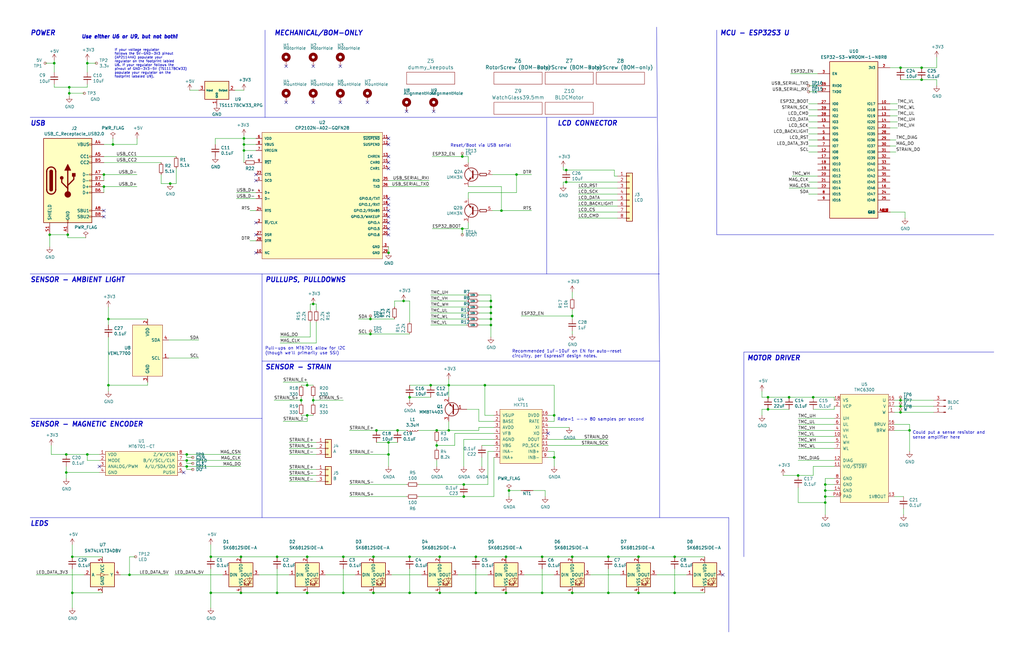
<source format=kicad_sch>
(kicad_sch (version 20230121) (generator eeschema)
  (paper "B")
  (title_block (title "SmartKnob View") (rev "${RELEASE_VERSION}") (company "Scott Bezek") (comment 2 "${COMMIT_DATE_LONG}") (comment 3 "${COMMIT_HASH}"))
  (junction (at 200.66 250.19))
  (junction (at 228.6 234.95))
  (junction (at 36.83 191.77))
  (junction (at 71.755 77.47))
  (junction (at 323.85 167.64))
  (junction (at 144.78 250.19))
  (junction (at 172.72 250.19))
  (junction (at 29.21 39.37))
  (junction (at 269.24 250.19))
  (junction (at 184.15 187.96))
  (junction (at 204.47 162.56))
  (junction (at 332.74 167.64))
  (junction (at 129.54 175.26))
  (junction (at 207.01 137.16))
  (junction (at 195.58 209.55))
  (junction (at 284.48 234.95))
  (junction (at 228.6 250.19))
  (junction (at 347.98 209.55))
  (junction (at 379.73 171.45))
  (junction (at 78.74 194.31))
  (junction (at 88.9 234.95))
  (junction (at 189.23 162.56))
  (junction (at 129.54 234.95))
  (junction (at 45.72 162.56))
  (junction (at 207.01 132.08))
  (junction (at 200.66 234.95))
  (junction (at 241.3 133.35))
  (junction (at 144.78 234.95))
  (junction (at 184.15 181.61))
  (junction (at 241.3 250.19))
  (junction (at 323.85 172.72))
  (junction (at 102.87 63.5))
  (junction (at 388.62 28.575))
  (junction (at 129.54 162.56))
  (junction (at 195.58 204.47))
  (junction (at 129.54 250.19))
  (junction (at 256.54 250.19))
  (junction (at 101.6 250.19))
  (junction (at 163.83 106.68))
  (junction (at 342.9 167.64))
  (junction (at 78.74 196.85))
  (junction (at 167.64 181.61))
  (junction (at 27.94 191.77))
  (junction (at 388.62 33.655))
  (junction (at 213.36 234.95))
  (junction (at 211.455 88.9))
  (junction (at 379.73 28.575))
  (junction (at 28.575 99.06))
  (junction (at 78.74 191.77))
  (junction (at 43.815 78.74))
  (junction (at 157.48 234.95))
  (junction (at 383.54 181.61))
  (junction (at 29.21 36.83))
  (junction (at 172.72 234.95))
  (junction (at 347.98 212.09))
  (junction (at 172.72 167.64))
  (junction (at 156.21 140.97))
  (junction (at 157.48 250.19))
  (junction (at 132.08 128.27))
  (junction (at 101.6 234.95))
  (junction (at 185.42 234.95))
  (junction (at 207.01 127))
  (junction (at 36.83 26.67))
  (junction (at 347.98 207.01))
  (junction (at 116.84 234.95))
  (junction (at 284.48 250.19))
  (junction (at 30.48 250.19))
  (junction (at 45.72 134.62))
  (junction (at 54.61 242.57))
  (junction (at 30.48 234.95))
  (junction (at 233.68 193.04))
  (junction (at 102.87 60.96))
  (junction (at 269.24 234.95))
  (junction (at 22.86 26.67))
  (junction (at 213.36 250.19))
  (junction (at 43.815 73.66))
  (junction (at 170.18 127))
  (junction (at 189.23 181.61))
  (junction (at 158.75 181.61))
  (junction (at 238.76 71.755))
  (junction (at 163.83 191.77))
  (junction (at 163.83 186.69))
  (junction (at 156.21 134.62))
  (junction (at 233.68 175.26))
  (junction (at 181.61 162.56))
  (junction (at 241.3 234.95))
  (junction (at 102.87 58.42))
  (junction (at 336.55 200.66))
  (junction (at 238.76 76.835))
  (junction (at 132.08 168.91))
  (junction (at 217.805 73.66))
  (junction (at 379.73 173.99))
  (junction (at 207.01 129.54))
  (junction (at 27.94 199.39))
  (junction (at 194.945 96.52))
  (junction (at 379.73 168.91))
  (junction (at 185.42 250.19))
  (junction (at 116.84 250.19))
  (junction (at 127 168.91))
  (junction (at 214.63 207.01))
  (junction (at 88.9 250.19))
  (junction (at 47.625 60.96))
  (junction (at 194.945 66.04))
  (junction (at 347.98 204.47))
  (junction (at 256.54 234.95))
  (junction (at 207.01 134.62))
  (junction (at 20.955 99.06))
  (no_connect (at 132.08 43.18))
  (no_connect (at 231.14 182.88))
  (no_connect (at 163.83 83.82))
  (no_connect (at 304.8 242.57))
  (no_connect (at 107.95 73.66))
  (no_connect (at 132.08 27.94))
  (no_connect (at 163.83 58.42))
  (no_connect (at 163.83 99.06))
  (no_connect (at 120.65 27.94))
  (no_connect (at 43.815 91.44))
  (no_connect (at 163.83 88.9))
  (no_connect (at 163.83 93.98))
  (no_connect (at 163.83 66.04))
  (no_connect (at 163.83 96.52))
  (no_connect (at 77.47 199.39))
  (no_connect (at 163.83 71.12))
  (no_connect (at 107.95 106.68))
  (no_connect (at 120.65 43.18))
  (no_connect (at 163.83 68.58))
  (no_connect (at 107.95 76.2))
  (no_connect (at 171.45 46.99))
  (no_connect (at 163.83 60.96))
  (no_connect (at 154.94 43.18))
  (no_connect (at 143.51 43.18))
  (no_connect (at 43.815 88.9))
  (no_connect (at 182.88 46.99))
  (no_connect (at 107.95 93.98))
  (no_connect (at 107.95 99.06))
  (no_connect (at 163.83 91.44))
  (no_connect (at 143.51 27.94))
  (no_connect (at 41.91 196.85))
  (no_connect (at 163.83 86.36))
  (wire (pts (xy 88.9 240.03) (xy 88.9 250.19)))
  (wire (pts (xy 220.98 242.57) (xy 233.68 242.57)))
  (wire (pts (xy 340.995 61.595) (xy 344.805 61.595)))
  (wire (pts (xy 231.14 180.34) (xy 240.03 180.34)))
  (wire (pts (xy 157.48 234.95) (xy 172.72 234.95)))
  (wire (pts (xy 90.805 58.42) (xy 102.87 58.42)))
  (wire (pts (xy 144.78 234.95) (xy 157.48 234.95)))
  (wire (pts (xy 375.285 51.435) (xy 378.46 51.435)))
  (wire (pts (xy 229.87 207.01) (xy 229.87 209.55)))
  (wire (pts (xy 321.31 167.64) (xy 323.85 167.64)))
  (wire (pts (xy 228.6 234.95) (xy 241.3 234.95)))
  (wire (pts (xy 43.815 68.58) (xy 67.945 68.58)))
  (wire (pts (xy 102.87 60.96) (xy 102.87 58.42)))
  (wire (pts (xy 207.01 124.46) (xy 207.01 127)))
  (wire (pts (xy 207.01 137.16) (xy 207.01 142.24)))
  (wire (pts (xy 241.3 125.73) (xy 241.3 123.19)))
  (wire (pts (xy 196.85 172.72) (xy 201.93 172.72)))
  (wire (pts (xy 81.28 198.12) (xy 78.74 198.12)))
  (wire (pts (xy 36.83 194.31) (xy 36.83 191.77)))
  (wire (pts (xy 377.19 181.61) (xy 383.54 181.61)))
  (wire (pts (xy 237.49 70.485) (xy 237.49 71.755)))
  (wire (pts (xy 151.13 134.62) (xy 156.21 134.62)))
  (wire (pts (xy 45.72 134.62) (xy 62.23 134.62)))
  (wire (pts (xy 351.79 209.55) (xy 347.98 209.55)))
  (wire (pts (xy 163.83 78.74) (xy 180.975 78.74)))
  (wire (pts (xy 375.285 64.135) (xy 377.825 64.135)))
  (wire (pts (xy 29.21 39.37) (xy 29.21 40.64)))
  (wire (pts (xy 340.995 36.195) (xy 344.805 36.195)))
  (wire (pts (xy 116.84 250.19) (xy 129.54 250.19)))
  (wire (pts (xy 137.16 242.57) (xy 149.86 242.57)))
  (polyline (pts (xy 230.505 49.53) (xy 230.505 115.57)))
  (polyline (pts (xy 12.7 218.44) (xy 307.34 218.44)))
  (wire (pts (xy 54.61 242.57) (xy 71.12 242.57)))
  (wire (pts (xy 200.66 250.19) (xy 213.36 250.19)))
  (wire (pts (xy 156.21 134.62) (xy 166.37 134.62)))
  (wire (pts (xy 375.285 48.895) (xy 378.46 48.895)))
  (wire (pts (xy 241.3 250.19) (xy 256.54 250.19)))
  (wire (pts (xy 197.485 66.04) (xy 197.485 68.58)))
  (wire (pts (xy 28.575 99.06) (xy 28.575 100.33)))
  (wire (pts (xy 269.24 250.19) (xy 284.48 250.19)))
  (wire (pts (xy 116.84 240.03) (xy 116.84 250.19)))
  (wire (pts (xy 351.79 189.23) (xy 336.55 189.23)))
  (wire (pts (xy 176.53 204.47) (xy 195.58 204.47)))
  (wire (pts (xy 241.3 133.35) (xy 241.3 130.81)))
  (polyline (pts (xy 313.69 234.95) (xy 313.69 148.59)))
  (wire (pts (xy 43.815 66.04) (xy 74.295 66.04)))
  (wire (pts (xy 127 168.91) (xy 127 170.18)))
  (wire (pts (xy 200.66 240.03) (xy 200.66 250.19)))
  (wire (pts (xy 260.35 84.455) (xy 243.84 84.455)))
  (wire (pts (xy 80.01 38.1) (xy 83.82 38.1)))
  (wire (pts (xy 231.14 190.5) (xy 233.68 190.5)))
  (wire (pts (xy 330.2 200.66) (xy 336.55 200.66)))
  (wire (pts (xy 377.19 209.55) (xy 381 209.55)))
  (wire (pts (xy 166.37 127) (xy 170.18 127)))
  (wire (pts (xy 115.57 168.91) (xy 127 168.91)))
  (wire (pts (xy 27.94 199.39) (xy 27.94 201.93)))
  (wire (pts (xy 195.58 209.55) (xy 208.28 209.55)))
  (wire (pts (xy 195.58 185.42) (xy 195.58 196.85)))
  (wire (pts (xy 176.53 181.61) (xy 184.15 181.61)))
  (wire (pts (xy 231.14 193.04) (xy 233.68 193.04)))
  (wire (pts (xy 233.68 175.26) (xy 231.14 175.26)))
  (wire (pts (xy 381.635 92.075) (xy 381.635 89.535)))
  (wire (pts (xy 323.85 167.64) (xy 332.74 167.64)))
  (wire (pts (xy 189.23 162.56) (xy 189.23 160.02)))
  (wire (pts (xy 211.455 88.9) (xy 224.155 88.9)))
  (wire (pts (xy 375.285 43.815) (xy 378.46 43.815)))
  (wire (pts (xy 158.75 186.69) (xy 163.83 186.69)))
  (wire (pts (xy 71.755 77.47) (xy 74.295 77.47)))
  (wire (pts (xy 379.73 168.91) (xy 393.7 168.91)))
  (wire (pts (xy 375.285 46.355) (xy 378.46 46.355)))
  (wire (pts (xy 78.74 194.31) (xy 101.6 194.31)))
  (wire (pts (xy 379.73 33.655) (xy 388.62 33.655)))
  (wire (pts (xy 383.54 181.61) (xy 383.54 190.5)))
  (wire (pts (xy 172.72 127) (xy 172.72 135.89)))
  (wire (pts (xy 81.28 193.04) (xy 78.74 193.04)))
  (wire (pts (xy 78.74 195.58) (xy 78.74 194.31)))
  (wire (pts (xy 351.79 184.15) (xy 336.55 184.15)))
  (wire (pts (xy 29.21 39.37) (xy 35.56 39.37)))
  (polyline (pts (xy 307.34 218.44) (xy 307.34 266.7)))
  (wire (pts (xy 347.98 201.93) (xy 351.79 201.93)))
  (wire (pts (xy 172.72 234.95) (xy 185.42 234.95)))
  (wire (pts (xy 321.31 172.72) (xy 323.85 172.72)))
  (wire (pts (xy 83.82 151.13) (xy 71.12 151.13)))
  (wire (pts (xy 163.83 186.69) (xy 167.64 186.69)))
  (wire (pts (xy 340.995 64.135) (xy 344.805 64.135)))
  (wire (pts (xy 211.455 78.74) (xy 211.455 88.9)))
  (wire (pts (xy 347.98 207.01) (xy 347.98 204.47)))
  (wire (pts (xy 172.72 250.19) (xy 185.42 250.19)))
  (wire (pts (xy 347.98 209.55) (xy 347.98 207.01)))
  (wire (pts (xy 185.42 250.19) (xy 200.66 250.19)))
  (wire (pts (xy 171.45 204.47) (xy 147.32 204.47)))
  (wire (pts (xy 394.97 33.655) (xy 394.97 36.195)))
  (wire (pts (xy 334.01 74.295) (xy 344.805 74.295)))
  (wire (pts (xy 184.15 186.69) (xy 184.15 187.96)))
  (wire (pts (xy 30.48 240.03) (xy 30.48 250.19)))
  (wire (pts (xy 158.75 181.61) (xy 167.64 181.61)))
  (wire (pts (xy 351.79 176.53) (xy 336.55 176.53)))
  (wire (pts (xy 30.48 256.54) (xy 30.48 250.19)))
  (wire (pts (xy 233.68 190.5) (xy 233.68 193.04)))
  (wire (pts (xy 172.72 168.91) (xy 172.72 167.64)))
  (wire (pts (xy 81.28 195.58) (xy 78.74 195.58)))
  (wire (pts (xy 118.11 144.78) (xy 133.35 144.78)))
  (wire (pts (xy 201.93 172.72) (xy 201.93 177.8)))
  (wire (pts (xy 233.68 177.8) (xy 233.68 175.26)))
  (wire (pts (xy 342.9 200.66) (xy 342.9 196.85)))
  (wire (pts (xy 207.01 127) (xy 207.01 129.54)))
  (wire (pts (xy 204.47 175.26) (xy 208.28 175.26)))
  (wire (pts (xy 147.32 181.61) (xy 158.75 181.61)))
  (wire (pts (xy 375.285 28.575) (xy 379.73 28.575)))
  (wire (pts (xy 201.93 129.54) (xy 207.01 129.54)))
  (wire (pts (xy 333.375 31.115) (xy 344.805 31.115)))
  (wire (pts (xy 121.92 186.69) (xy 133.35 186.69)))
  (wire (pts (xy 36.83 26.67) (xy 36.83 30.48)))
  (wire (pts (xy 260.35 74.295) (xy 259.08 74.295)))
  (wire (pts (xy 197.485 83.82) (xy 197.485 81.28)))
  (wire (pts (xy 147.32 209.55) (xy 171.45 209.55)))
  (wire (pts (xy 119.38 177.8) (xy 129.54 177.8)))
  (wire (pts (xy 181.61 167.64) (xy 172.72 167.64)))
  (wire (pts (xy 213.36 250.19) (xy 228.6 250.19)))
  (wire (pts (xy 147.32 191.77) (xy 163.83 191.77)))
  (wire (pts (xy 204.47 162.56) (xy 233.68 162.56)))
  (wire (pts (xy 203.2 187.96) (xy 208.28 187.96)))
  (wire (pts (xy 57.15 234.95) (xy 54.61 234.95)))
  (wire (pts (xy 197.485 78.74) (xy 211.455 78.74)))
  (wire (pts (xy 127 175.26) (xy 129.54 175.26)))
  (wire (pts (xy 200.66 234.95) (xy 213.36 234.95)))
  (wire (pts (xy 132.08 168.91) (xy 144.78 168.91)))
  (wire (pts (xy 77.47 194.31) (xy 78.74 194.31)))
  (wire (pts (xy 394.97 28.575) (xy 394.97 24.13)))
  (wire (pts (xy 78.74 196.85) (xy 101.6 196.85)))
  (wire (pts (xy 340.995 48.895) (xy 344.805 48.895)))
  (wire (pts (xy 36.83 25.4) (xy 36.83 26.67)))
  (wire (pts (xy 121.92 191.77) (xy 133.35 191.77)))
  (wire (pts (xy 269.24 234.95) (xy 284.48 234.95)))
  (wire (pts (xy 194.945 66.04) (xy 197.485 66.04)))
  (wire (pts (xy 214.63 207.01) (xy 219.71 207.01)))
  (wire (pts (xy 207.01 134.62) (xy 207.01 137.16)))
  (wire (pts (xy 129.54 162.56) (xy 132.08 162.56)))
  (wire (pts (xy 379.73 28.575) (xy 388.62 28.575)))
  (wire (pts (xy 151.13 140.97) (xy 156.21 140.97)))
  (wire (pts (xy 197.485 93.98) (xy 197.485 96.52)))
  (wire (pts (xy 342.9 167.64) (xy 332.74 167.64)))
  (wire (pts (xy 78.74 198.12) (xy 78.74 196.85)))
  (wire (pts (xy 196.85 137.16) (xy 181.61 137.16)))
  (wire (pts (xy 105.41 101.6) (xy 107.95 101.6)))
  (wire (pts (xy 133.35 128.27) (xy 133.35 130.81)))
  (wire (pts (xy 347.98 212.09) (xy 347.98 209.55)))
  (wire (pts (xy 375.285 59.055) (xy 377.825 59.055)))
  (wire (pts (xy 231.14 177.8) (xy 233.68 177.8)))
  (wire (pts (xy 208.28 193.04) (xy 208.28 209.55)))
  (wire (pts (xy 116.84 234.95) (xy 129.54 234.95)))
  (polyline (pts (xy 302.26 99.06) (xy 302.26 12.7)))
  (wire (pts (xy 207.645 73.66) (xy 217.805 73.66)))
  (wire (pts (xy 379.73 173.99) (xy 377.19 173.99)))
  (wire (pts (xy 119.38 161.29) (xy 129.54 161.29)))
  (wire (pts (xy 231.14 185.42) (xy 256.54 185.42)))
  (wire (pts (xy 29.21 36.83) (xy 36.83 36.83)))
  (wire (pts (xy 45.72 137.16) (xy 45.72 134.62)))
  (wire (pts (xy 340.995 51.435) (xy 344.805 51.435)))
  (wire (pts (xy 43.815 78.74) (xy 57.785 78.74)))
  (wire (pts (xy 132.08 128.27) (xy 133.35 128.27)))
  (wire (pts (xy 130.81 135.89) (xy 130.81 142.24)))
  (wire (pts (xy 336.55 205.74) (xy 336.55 212.09)))
  (wire (pts (xy 67.945 73.66) (xy 67.945 77.47)))
  (wire (pts (xy 217.805 81.28) (xy 217.805 73.66)))
  (wire (pts (xy 28.575 99.06) (xy 20.955 99.06)))
  (wire (pts (xy 351.79 204.47) (xy 347.98 204.47)))
  (wire (pts (xy 321.31 165.1) (xy 321.31 167.64)))
  (wire (pts (xy 166.37 129.54) (xy 166.37 127)))
  (polyline (pts (xy 110.49 176.53) (xy 12.7 176.53)))
  (wire (pts (xy 196.85 132.08) (xy 181.61 132.08)))
  (wire (pts (xy 185.42 234.95) (xy 200.66 234.95)))
  (polyline (pts (xy 313.69 148.59) (xy 419.1 148.59)))
  (wire (pts (xy 77.47 191.77) (xy 78.74 191.77)))
  (wire (pts (xy 194.945 64.77) (xy 194.945 66.04)))
  (wire (pts (xy 207.01 127) (xy 201.93 127)))
  (wire (pts (xy 340.995 81.915) (xy 344.805 81.915)))
  (wire (pts (xy 233.68 193.04) (xy 233.68 196.85)))
  (wire (pts (xy 219.71 133.35) (xy 241.3 133.35)))
  (wire (pts (xy 377.19 179.07) (xy 383.54 179.07)))
  (wire (pts (xy 336.55 212.09) (xy 347.98 212.09)))
  (wire (pts (xy 121.92 203.2) (xy 133.35 203.2)))
  (wire (pts (xy 351.79 167.64) (xy 342.9 167.64)))
  (wire (pts (xy 121.92 200.66) (xy 133.35 200.66)))
  (wire (pts (xy 284.48 240.03) (xy 284.48 250.19)))
  (wire (pts (xy 29.21 36.83) (xy 29.21 39.37)))
  (wire (pts (xy 340.995 38.735) (xy 344.805 38.735)))
  (wire (pts (xy 276.86 242.57) (xy 289.56 242.57)))
  (wire (pts (xy 101.6 234.95) (xy 116.84 234.95)))
  (wire (pts (xy 347.98 204.47) (xy 347.98 201.93)))
  (wire (pts (xy 132.08 167.64) (xy 132.08 168.91)))
  (wire (pts (xy 379.73 167.64) (xy 379.73 168.91)))
  (polyline (pts (xy 12.7 115.57) (xy 278.13 115.57)))
  (wire (pts (xy 90.805 60.96) (xy 90.805 58.42)))
  (wire (pts (xy 129.54 250.19) (xy 144.78 250.19)))
  (wire (pts (xy 194.945 99.06) (xy 194.945 96.52)))
  (wire (pts (xy 201.93 134.62) (xy 207.01 134.62)))
  (wire (pts (xy 41.91 194.31) (xy 36.83 194.31)))
  (wire (pts (xy 102.87 60.96) (xy 107.95 60.96)))
  (wire (pts (xy 207.01 129.54) (xy 207.01 132.08)))
  (wire (pts (xy 20.955 99.06) (xy 20.955 104.14)))
  (wire (pts (xy 381 214.63) (xy 381 217.17)))
  (wire (pts (xy 340.995 46.355) (xy 344.805 46.355)))
  (wire (pts (xy 77.47 196.85) (xy 78.74 196.85)))
  (wire (pts (xy 197.485 81.28) (xy 217.805 81.28)))
  (wire (pts (xy 88.9 229.87) (xy 88.9 234.95)))
  (polyline (pts (xy 12.7 49.53) (xy 276.86 49.53)))
  (wire (pts (xy 351.79 172.72) (xy 351.79 171.45)))
  (wire (pts (xy 347.98 207.01) (xy 351.79 207.01)))
  (wire (pts (xy 45.72 165.1) (xy 45.72 162.56)))
  (wire (pts (xy 201.93 177.8) (xy 208.28 177.8)))
  (wire (pts (xy 388.62 28.575) (xy 394.97 28.575)))
  (wire (pts (xy 351.79 168.91) (xy 351.79 167.64)))
  (wire (pts (xy 351.79 196.85) (xy 342.9 196.85)))
  (wire (pts (xy 102.87 63.5) (xy 102.87 68.58)))
  (wire (pts (xy 256.54 250.19) (xy 269.24 250.19)))
  (wire (pts (xy 22.86 26.67) (xy 22.86 30.48)))
  (wire (pts (xy 379.73 170.18) (xy 379.73 171.45)))
  (wire (pts (xy 28.575 100.33) (xy 36.195 100.33)))
  (wire (pts (xy 88.9 234.95) (xy 101.6 234.95)))
  (wire (pts (xy 205.74 190.5) (xy 205.74 204.47)))
  (wire (pts (xy 182.245 66.04) (xy 194.945 66.04)))
  (wire (pts (xy 377.19 171.45) (xy 379.73 171.45)))
  (wire (pts (xy 15.24 242.57) (xy 35.56 242.57)))
  (wire (pts (xy 163.83 191.77) (xy 163.83 196.85)))
  (polyline (pts (xy 276.86 11.43) (xy 278.13 152.4)))
  (wire (pts (xy 121.92 189.23) (xy 133.35 189.23)))
  (wire (pts (xy 233.68 162.56) (xy 233.68 175.26)))
  (wire (pts (xy 127 167.64) (xy 127 168.91)))
  (wire (pts (xy 284.48 250.19) (xy 297.18 250.19)))
  (wire (pts (xy 29.21 36.83) (xy 22.86 36.83)))
  (wire (pts (xy 27.94 199.39) (xy 41.91 199.39)))
  (wire (pts (xy 375.285 53.975) (xy 378.46 53.975)))
  (wire (pts (xy 381.635 89.535) (xy 375.285 89.535)))
  (wire (pts (xy 248.92 242.57) (xy 261.62 242.57)))
  (wire (pts (xy 30.48 250.19) (xy 43.18 250.19)))
  (wire (pts (xy 129.54 161.29) (xy 129.54 162.56)))
  (wire (pts (xy 377.19 168.91) (xy 379.73 168.91)))
  (wire (pts (xy 189.23 162.56) (xy 189.23 167.64)))
  (wire (pts (xy 197.485 96.52) (xy 194.945 96.52)))
  (wire (pts (xy 351.79 186.69) (xy 336.55 186.69)))
  (wire (pts (xy 260.35 89.535) (xy 243.84 89.535)))
  (wire (pts (xy 43.815 78.74) (xy 43.815 81.28)))
  (wire (pts (xy 130.81 128.27) (xy 132.08 128.27)))
  (wire (pts (xy 351.79 194.31) (xy 336.55 194.31)))
  (polyline (pts (xy 110.49 152.4) (xy 278.13 152.4)))
  (wire (pts (xy 189.23 177.8) (xy 189.23 181.61)))
  (wire (pts (xy 99.695 81.28) (xy 107.95 81.28)))
  (wire (pts (xy 243.84 86.995) (xy 260.35 86.995)))
  (wire (pts (xy 196.85 124.46) (xy 181.61 124.46)))
  (polyline (pts (xy 302.26 99.06) (xy 419.1 99.06)))
  (wire (pts (xy 383.54 179.07) (xy 383.54 181.61)))
  (wire (pts (xy 340.995 43.815) (xy 344.805 43.815)))
  (wire (pts (xy 67.945 77.47) (xy 71.755 77.47)))
  (wire (pts (xy 50.8 242.57) (xy 54.61 242.57)))
  (wire (pts (xy 195.58 209.55) (xy 176.53 209.55)))
  (wire (pts (xy 208.28 190.5) (xy 205.74 190.5)))
  (wire (pts (xy 321.31 172.72) (xy 321.31 175.26)))
  (wire (pts (xy 121.92 198.12) (xy 133.35 198.12)))
  (wire (pts (xy 181.61 162.56) (xy 189.23 162.56)))
  (wire (pts (xy 129.54 175.26) (xy 129.54 177.8)))
  (wire (pts (xy 99.695 83.82) (xy 107.95 83.82)))
  (wire (pts (xy 102.87 57.15) (xy 102.87 58.42)))
  (wire (pts (xy 375.285 61.595) (xy 377.825 61.595)))
  (wire (pts (xy 36.83 36.83) (xy 36.83 35.56)))
  (wire (pts (xy 22.86 36.83) (xy 22.86 35.56)))
  (wire (pts (xy 132.08 168.91) (xy 132.08 170.18)))
  (wire (pts (xy 189.23 181.61) (xy 201.93 181.61)))
  (wire (pts (xy 207.645 88.9) (xy 211.455 88.9)))
  (wire (pts (xy 47.625 60.96) (xy 57.785 60.96)))
  (wire (pts (xy 213.36 234.95) (xy 228.6 234.95)))
  (wire (pts (xy 163.83 76.2) (xy 180.975 76.2)))
  (wire (pts (xy 71.12 143.51) (xy 83.82 143.51)))
  (wire (pts (xy 118.11 142.24) (xy 130.81 142.24)))
  (wire (pts (xy 191.77 187.96) (xy 191.77 182.88)))
  (wire (pts (xy 43.815 73.66) (xy 57.785 73.66)))
  (wire (pts (xy 194.945 96.52) (xy 182.245 96.52)))
  (wire (pts (xy 332.74 79.375) (xy 344.805 79.375)))
  (wire (pts (xy 144.78 250.19) (xy 157.48 250.19)))
  (wire (pts (xy 231.14 187.96) (xy 256.54 187.96)))
  (wire (pts (xy 172.72 240.03) (xy 172.72 250.19)))
  (wire (pts (xy 237.49 71.755) (xy 238.76 71.755)))
  (wire (pts (xy 228.6 250.19) (xy 241.3 250.19)))
  (wire (pts (xy 36.83 26.67) (xy 40.64 26.67)))
  (wire (pts (xy 45.72 134.62) (xy 45.72 129.54)))
  (wire (pts (xy 184.15 187.96) (xy 191.77 187.96)))
  (wire (pts (xy 27.94 191.77) (xy 21.59 191.77)))
  (wire (pts (xy 196.85 127) (xy 181.61 127)))
  (wire (pts (xy 144.78 240.03) (xy 144.78 250.19)))
  (wire (pts (xy 203.2 193.04) (xy 203.2 196.85)))
  (wire (pts (xy 260.35 79.375) (xy 243.84 79.375)))
  (wire (pts (xy 196.85 134.62) (xy 181.61 134.62)))
  (wire (pts (xy 129.54 175.26) (xy 132.08 175.26)))
  (wire (pts (xy 30.48 234.95) (xy 43.18 234.95)))
  (wire (pts (xy 336.55 200.66) (xy 342.9 200.66)))
  (wire (pts (xy 88.9 256.54) (xy 88.9 250.19)))
  (wire (pts (xy 228.6 240.03) (xy 228.6 250.19)))
  (wire (pts (xy 156.21 140.97) (xy 172.72 140.97)))
  (wire (pts (xy 195.58 204.47) (xy 205.74 204.47)))
  (wire (pts (xy 36.83 191.77) (xy 41.91 191.77)))
  (wire (pts (xy 351.79 179.07) (xy 336.55 179.07)))
  (wire (pts (xy 54.61 234.95) (xy 54.61 242.57)))
  (wire (pts (xy 238.76 76.835) (xy 260.35 76.835)))
  (wire (pts (xy 22.86 25.4) (xy 22.86 26.67)))
  (wire (pts (xy 332.74 172.72) (xy 323.85 172.72)))
  (wire (pts (xy 88.9 250.19) (xy 101.6 250.19)))
  (wire (pts (xy 43.815 60.96) (xy 47.625 60.96)))
  (wire (pts (xy 224.79 207.01) (xy 229.87 207.01)))
  (wire (pts (xy 340.995 59.055) (xy 344.805 59.055)))
  (wire (pts (xy 167.64 181.61) (xy 171.45 181.61)))
  (wire (pts (xy 208.28 185.42) (xy 195.58 185.42)))
  (wire (pts (xy 62.23 161.29) (xy 62.23 162.56)))
  (wire (pts (xy 163.83 186.69) (xy 163.83 191.77)))
  (wire (pts (xy 201.93 132.08) (xy 207.01 132.08)))
  (wire (pts (xy 47.625 58.42) (xy 47.625 60.96)))
  (wire (pts (xy 170.18 127) (xy 172.72 127)))
  (wire (pts (xy 30.48 229.87) (xy 30.48 234.95)))
  (polyline (pts (xy 111.76 49.53) (xy 111.76 12.7)))
  (wire (pts (xy 133.35 135.89) (xy 133.35 144.78)))
  (wire (pts (xy 184.15 189.23) (xy 184.15 187.96)))
  (wire (pts (xy 157.48 250.19) (xy 172.72 250.19)))
  (wire (pts (xy 204.47 162.56) (xy 204.47 175.26)))
  (wire (pts (xy 43.815 73.66) (xy 43.815 76.2)))
  (wire (pts (xy 340.995 76.835) (xy 344.805 76.835)))
  (wire (pts (xy 191.77 182.88) (xy 208.28 182.88)))
  (wire (pts (xy 172.72 162.56) (xy 181.61 162.56)))
  (wire (pts (xy 78.74 193.04) (xy 78.74 191.77)))
  (wire (pts (xy 201.93 137.16) (xy 207.01 137.16)))
  (wire (pts (xy 27.94 196.85) (xy 27.94 199.39)))
  (polyline (pts (xy 110.49 115.57) (xy 110.49 218.44)))
  (wire (pts (xy 45.72 162.56) (xy 45.72 142.24)))
  (wire (pts (xy 347.98 217.17) (xy 347.98 212.09)))
  (wire (pts (xy 237.49 76.835) (xy 238.76 76.835)))
  (wire (pts (xy 243.84 81.915) (xy 260.35 81.915)))
  (wire (pts (xy 129.54 234.95) (xy 144.78 234.95)))
  (wire (pts (xy 102.87 58.42) (xy 107.95 58.42)))
  (wire (pts (xy 156.21 139.7) (xy 156.21 140.97)))
  (wire (pts (xy 189.23 162.56) (xy 204.47 162.56)))
  (wire (pts (xy 163.83 104.14) (xy 163.83 106.68)))
  (wire (pts (xy 165.1 242.57) (xy 177.8 242.57)))
  (wire (pts (xy 57.785 58.42) (xy 57.785 60.96)))
  (wire (pts (xy 184.15 181.61) (xy 189.23 181.61)))
  (wire (pts (xy 109.22 242.57) (xy 121.92 242.57)))
  (wire (pts (xy 284.48 234.95) (xy 297.18 234.95)))
  (wire (pts (xy 340.995 53.975) (xy 344.805 53.975)))
  (wire (pts (xy 101.6 250.19) (xy 116.84 250.19)))
  (wire (pts (xy 379.73 173.99) (xy 393.7 173.99)))
  (wire (pts (xy 62.23 162.56) (xy 45.72 162.56)))
  (wire (pts (xy 340.995 56.515) (xy 344.805 56.515)))
  (wire (pts (xy 241.3 234.95) (xy 256.54 234.95)))
  (wire (pts (xy 36.83 191.77) (xy 27.94 191.77)))
  (wire (pts (xy 238.76 71.755) (xy 259.08 71.755)))
  (wire (pts (xy 201.93 181.61) (xy 201.93 180.34)))
  (wire (pts (xy 201.93 124.46) (xy 207.01 124.46)))
  (wire (pts (xy 241.3 134.62) (xy 241.3 133.35)))
  (wire (pts (xy 256.54 234.95) (xy 269.24 234.95)))
  (wire (pts (xy 379.73 171.45) (xy 393.7 171.45)))
  (wire (pts (xy 214.63 209.55) (xy 214.63 207.01)))
  (wire (pts (xy 217.805 73.66) (xy 224.155 73.66)))
  (wire (pts (xy 74.295 77.47) (xy 74.295 71.12)))
  (wire (pts (xy 19.05 26.67) (xy 22.86 26.67)))
  (wire (pts (xy 184.15 196.85) (xy 184.15 194.31)))
  (wire (pts (xy 243.84 92.075) (xy 260.35 92.075)))
  (wire (pts (xy 351.79 181.61) (xy 336.55 181.61)))
  (wire (pts (xy 102.87 63.5) (xy 102.87 60.96)))
  (wire (pts (xy 127 162.56) (xy 129.54 162.56)))
  (wire (pts (xy 241.3 140.97) (xy 241.3 139.7)))
  (wire (pts (xy 342.9 172.72) (xy 351.79 172.72)))
  (wire (pts (xy 105.41 88.9) (xy 107.95 88.9)))
  (wire (pts (xy 388.62 33.655) (xy 394.97 33.655)))
  (wire (pts (xy 21.59 191.77) (xy 21.59 187.96)))
  (polyline (pts (xy 278.13 152.4) (xy 278.13 218.44)))
  (wire (pts (xy 73.66 242.57) (xy 93.98 242.57)))
  (wire (pts (xy 107.95 63.5) (xy 102.87 63.5)))
  (wire (pts (xy 259.08 71.755) (xy 259.08 74.295)))
  (wire (pts (xy 196.85 129.54) (xy 181.61 129.54)))
  (wire (pts (xy 201.93 180.34) (xy 208.28 180.34)))
  (wire (pts (xy 99.06 38.1) (xy 102.87 38.1)))
  (wire (pts (xy 207.01 132.08) (xy 207.01 134.62)))
  (wire (pts (xy 193.04 242.57) (xy 205.74 242.57)))
  (wire (pts (xy 156.21 133.35) (xy 156.21 134.62)))
  (wire (pts (xy 130.81 130.81) (xy 130.81 128.27)))
  (wire (pts (xy 237.49 76.835) (xy 237.49 78.105)))
  (wire (pts (xy 379.73 172.72) (xy 379.73 173.99)))
  (wire (pts (xy 78.74 191.77) (xy 101.6 191.77)))
  (wire (pts (xy 256.54 240.03) (xy 256.54 250.19)))
  (text "POWER" (at 12.7 15.24 0) (effects (font (size 2.0066 2.0066) (thickness 0.4013) bold italic) (justify left bottom)))
  (text "Could put a sense resistor and\nsense amplifier here" (at 384.81 185.42 0) (effects (font (size 1.27 1.27)) (justify left bottom)))
  (text "MCU - ESP32S3 U" (at 303.53 15.24 0) (effects (font (size 2.0066 2.0066) (thickness 0.4013) bold italic) (justify left bottom)))
  (text "If your voltage regulator\nfollows the 5V-GND-3V3 pinout\n(AP2114HA) populate your\nregulator on the footprint labled\nU6. If your regulator follows the\npinout of GND-3V3-5V (TS1117BCW33)\npopulate your regulator on the\nfootprint labaled U9)." (at 48.26 33.02 0) (effects (font (size 1 1)) (justify left bottom)))
  (text "SENSOR - MAGNETIC ENCODER" (at 12.7 180.34 0) (effects (font (size 2.0066 2.0066) (thickness 0.4013) bold italic) (justify left bottom)))
  (text "MOTOR DRIVER" (at 314.96 152.4 0) (effects (font (size 2.0066 2.0066) (thickness 0.4013) bold italic) (justify left bottom)))
  (text "MECHANICAL/BOM-ONLY" (at 115.57 15.24 0) (effects (font (size 2.0066 2.0066) (thickness 0.4013) bold italic) (justify left bottom)))
  (text "Pull-ups on MT6701 allow for I2C\n(though we'll primarily use SSI)" (at 111.76 149.86 0) (effects (font (size 1.27 1.27)) (justify left bottom)))
  (text "Use either U6 or U9, but not both!" (at 34.29 16.51 0) (effects (font (size 1.5 1.5) (thickness 0.6) bold italic) (justify left bottom)))
  (text "Rate=1 --> 80 samples per second" (at 234.95 177.8 0) (effects (font (size 1.27 1.27)) (justify left bottom)))
  (text "SENSOR - AMBIENT LIGHT" (at 12.7 119.38 0) (effects (font (size 2.0066 2.0066) (thickness 0.4013) bold italic) (justify left bottom)))
  (text "Recommended 1uF-10uF on EN for auto-reset\ncircuitry, per Espressif design notes." (at 215.9 151.13 0) (effects (font (size 1.27 1.27)) (justify left bottom)))
  (text "USB" (at 12.7 53.34 0) (effects (font (size 2.0066 2.0066) (thickness 0.4013) bold italic) (justify left bottom)))
  (text "SENSOR - STRAIN" (at 111.76 156.21 0) (effects (font (size 2.0066 2.0066) (thickness 0.4013) bold italic) (justify left bottom)))
  (text "LEDS" (at 12.7 222.25 0) (effects (font (size 2.0066 2.0066) (thickness 0.4013) bold italic) (justify left bottom)))
  (text "PULLUPS, PULLDOWNS" (at 111.76 119.38 0) (effects (font (size 2.0066 2.0066) (thickness 0.4013) bold italic) (justify left bottom)))
  (text "LCD CONNECTOR" (at 234.95 53.34 0) (effects (font (size 2.0066 2.0066) (thickness 0.4013) bold italic) (justify left bottom)))
  (text "Reset/Boot via USB serial" (at 189.865 62.23 0) (effects (font (size 1.27 1.27)) (justify left bottom)))
  (label "STRAIN_E+" (at 121.92 198.12 0))
  (label "MAG_CSN" (at 101.6 191.77 180))
  (label "ESP32_EN" (at 333.375 31.115 0))
  (label "LCD_RST" (at 243.84 79.375 0))
  (label "TMC_VL" (at 181.61 137.16 0))
  (label "TMC_VL" (at 378.46 43.815 0))
  (label "LCD_BACKLIGHT" (at 243.84 86.995 0))
  (label "LED_DATA_3V3" (at 340.995 61.595 180))
  (label "STRAIN_S+" (at 121.92 189.23 0))
  (label "RTS" (at 105.41 88.9 180))
  (label "LED_DATA_5V" (at 73.66 242.57 0))
  (label "USB_SERIAL_TXO" (at 180.975 78.74 180))
  (label "SCL" (at 83.82 151.13 180))
  (label "MAG_CLK" (at 340.995 76.835 180))
  (label "TMC_UL" (at 336.55 179.07 0))
  (label "STRAIN_E+" (at 121.92 186.69 0))
  (label "LCD_RST" (at 340.995 59.055 180))
  (label "LCD_BACKLIGHT" (at 340.995 56.515 180))
  (label "STRAIN_E-" (at 147.32 191.77 0))
  (label "LCD_CMD" (at 340.995 48.895 180))
  (label "TMC_DIAG" (at 336.55 194.31 0))
  (label "ESP32_EN" (at 219.71 133.35 0))
  (label "USB_SERIAL_TXO" (at 340.995 36.195 180))
  (label "USB_SERIAL_RXI" (at 340.995 38.735 180))
  (label "STRAIN_DO" (at 377.825 64.135 0))
  (label "LCD_SCK" (at 340.995 53.975 180))
  (label "USB_CC2" (at 57.785 68.58 180))
  (label "RTS" (at 224.155 88.9 180))
  (label "USB_D-" (at 57.785 73.66 180))
  (label "TMC_VH" (at 181.61 127 0))
  (label "USB_D+" (at 99.695 81.28 0))
  (label "LCD_SCK" (at 243.84 81.915 0))
  (label "TMC_UL" (at 181.61 132.08 0))
  (label "LED_DATA_5V" (at 71.12 242.57 180))
  (label "STRAIN_S+" (at 115.57 168.91 0))
  (label "ESP32_BOOT" (at 340.995 43.815 180))
  (label "TMC_UH" (at 336.55 176.53 0))
  (label "TMC_VL" (at 336.55 184.15 0))
  (label "ESP32_BOOT" (at 182.245 96.52 0))
  (label "STRAIN_S+" (at 147.32 209.55 0))
  (label "SDA" (at 83.82 143.51 180))
  (label "MAG_CSN" (at 332.74 79.375 0))
  (label "USB_D+" (at 57.785 78.74 180))
  (label "STRAIN_E-" (at 121.92 203.2 0))
  (label "SCL" (at 151.13 140.97 0))
  (label "STRAIN_S-" (at 147.32 204.47 0))
  (label "SDA" (at 151.13 134.62 0))
  (label "MAG_DO" (at 101.6 196.85 180))
  (label "USB_CC1" (at 57.785 66.04 180))
  (label "TMC_WH" (at 334.01 74.295 0))
  (label "ESP32_EN" (at 182.245 66.04 0))
  (label "USB_SERIAL_RXI" (at 180.975 76.2 180))
  (label "TMC_WH" (at 336.55 186.69 0))
  (label "MAG_DO" (at 118.11 142.24 0))
  (label "MAG_DO" (at 377.825 61.595 0))
  (label "STRAIN_SCK" (at 340.995 46.355 180))
  (label "TMC_WL" (at 181.61 134.62 0))
  (label "STRAIN_E+" (at 119.38 161.29 0))
  (label "STRAIN_E-" (at 119.38 177.8 0))
  (label "LCD_CS" (at 243.84 89.535 0))
  (label "STRAIN_SCK" (at 256.54 187.96 180))
  (label "TMC_UH" (at 181.61 124.46 0))
  (label "TMC_WL" (at 336.55 189.23 0))
  (label "TMC_UL" (at 378.46 48.895 0))
  (label "LCD_DATA" (at 243.84 84.455 0))
  (label "SCL" (at 340.995 64.135 180))
  (label "TMC_WH" (at 181.61 129.54 0))
  (label "TMC_VH" (at 336.55 181.61 0))
  (label "LCD_DATA" (at 340.995 51.435 180))
  (label "LCD_CMD" (at 243.84 92.075 0))
  (label "STRAIN_DO" (at 256.54 185.42 180))
  (label "DTR" (at 224.155 73.66 180))
  (label "DTR" (at 105.41 101.6 180))
  (label "STRAIN_E+" (at 147.32 181.61 0))
  (label "STRAIN_S-" (at 144.78 168.91 180))
  (label "TMC_DIAG" (at 377.825 59.055 0))
  (label "SDA" (at 340.995 81.915 180))
  (label "MAG_CLK" (at 101.6 194.31 180))
  (label "TMC_UH" (at 378.46 51.435 0))
  (label "LED_DATA_3V3" (at 15.24 242.57 0))
  (label "USB_D-" (at 99.695 83.82 0))
  (label "TMC_VH" (at 378.46 53.975 0))
  (label "STRAIN_E-" (at 121.92 191.77 0))
  (label "MAG_CLK" (at 118.11 144.78 0))
  (label "TMC_WL" (at 378.46 46.355 0))
  (label "STRAIN_S-" (at 121.92 200.66 0))
  (symbol (lib_id "MagnTek:MT6701-CT") (at 58.42 195.58 0) (unit 1)
    (property "Reference" "U1" (at 59.69 186.055 0))
    (property "Value" "MT6701-CT" (at 59.69 188.3664 0))
    (property "Footprint" "cleaned footprints:SOIC-8_3.9x4.9mm_P1.27mm" (effects hide))
    (property "LCSC" "C2856764, or C3003196" (effects hide))
    (property "Digikey" "N/A" (effects hide))
    (property "Mouser" "N/A" (effects hide))
  )
  (symbol (lib_id "SK6812:SK6812SIDE-A") (at 101.6 242.57 0) (unit 1)
    (property "Reference" "D1" (at 93.98 228.6 0) (effects (justify left)))
    (property "Value" "SK6812SIDE-A" (at 93.98 231.14 0) (effects (justify left)))
    (property "Footprint" "cleaned footprints:SK6812-SIDE-A" (effects hide))
    (property "AliExpress" "https://www.aliexpress.com/item/10000009330139.html" (effects hide))
    (property "Digikey" "1528-4691-ND" (effects hide))
    (property "Mouser" "485-4691" (effects hide))
    (property "LCSC" "C2890037" (effects hide))
  )
  (symbol (lib_id "Device:C_Small") (at 88.9 237.49 0) (unit 1)
    (property "Reference" "C1" (at 91.2368 236.3216 0) (effects (justify left)))
    (property "Value" "0.1uF" (at 91.2368 238.633 0) (effects (justify left)))
    (property "Footprint" "cleaned footprints:C_0603_1608Metric" (effects hide))
    (property "LCSC" "C1591" (effects hide))
    (property "Digikey" "1276-1935-1-ND" (effects hide))
    (property "Mouser" "187-CL10B104KB8NNWC" (effects hide))
  )
  (symbol (lib_id "SK6812:SK6812SIDE-A") (at 129.54 242.57 0) (unit 1)
    (property "Reference" "D2" (at 121.92 228.6 0) (effects (justify left)))
    (property "Value" "SK6812SIDE-A" (at 121.92 231.14 0) (effects (justify left)))
    (property "Footprint" "cleaned footprints:SK6812-SIDE-A" (effects hide))
    (property "AliExpress" "https://www.aliexpress.com/item/10000009330139.html" (effects hide))
    (property "Digikey" "1528-4691-ND" (effects hide))
    (property "Mouser" "485-4691" (effects hide))
    (property "LCSC" "C2890037" (effects hide))
  )
  (symbol (lib_id "Device:C_Small") (at 116.84 237.49 0) (unit 1)
    (property "Reference" "C2" (at 119.1768 236.3216 0) (effects (justify left)))
    (property "Value" "0.1uF" (at 119.1768 238.633 0) (effects (justify left)))
    (property "Footprint" "cleaned footprints:C_0603_1608Metric" (effects hide))
    (property "LCSC" "C1591" (effects hide))
    (property "Digikey" "1276-1935-1-ND" (effects hide))
    (property "Mouser" "187-CL10B104KB8NNWC" (effects hide))
  )
  (symbol (lib_id "SK6812:SK6812SIDE-A") (at 157.48 242.57 0) (unit 1)
    (property "Reference" "D3" (at 149.86 228.6 0) (effects (justify left)))
    (property "Value" "SK6812SIDE-A" (at 149.86 231.14 0) (effects (justify left)))
    (property "Footprint" "cleaned footprints:SK6812-SIDE-A" (effects hide))
    (property "AliExpress" "https://www.aliexpress.com/item/10000009330139.html" (effects hide))
    (property "Digikey" "1528-4691-ND" (effects hide))
    (property "Mouser" "485-4691" (effects hide))
    (property "LCSC" "C2890037" (effects hide))
  )
  (symbol (lib_id "Device:C_Small") (at 144.78 237.49 0) (unit 1)
    (property "Reference" "C3" (at 147.1168 236.3216 0) (effects (justify left)))
    (property "Value" "0.1uF" (at 147.1168 238.633 0) (effects (justify left)))
    (property "Footprint" "cleaned footprints:C_0603_1608Metric" (effects hide))
    (property "LCSC" "C1591" (effects hide))
    (property "Digikey" "1276-1935-1-ND" (effects hide))
    (property "Mouser" "187-CL10B104KB8NNWC" (effects hide))
  )
  (symbol (lib_id "SK6812:SK6812SIDE-A") (at 185.42 242.57 0) (unit 1)
    (property "Reference" "D4" (at 177.8 228.6 0) (effects (justify left)))
    (property "Value" "SK6812SIDE-A" (at 177.8 231.14 0) (effects (justify left)))
    (property "Footprint" "cleaned footprints:SK6812-SIDE-A" (effects hide))
    (property "AliExpress" "https://www.aliexpress.com/item/10000009330139.html" (effects hide))
    (property "Digikey" "1528-4691-ND" (effects hide))
    (property "Mouser" "485-4691" (effects hide))
    (property "LCSC" "C2890037" (effects hide))
  )
  (symbol (lib_id "Device:C_Small") (at 172.72 237.49 0) (unit 1)
    (property "Reference" "C4" (at 175.0568 236.3216 0) (effects (justify left)))
    (property "Value" "0.1uF" (at 175.0568 238.633 0) (effects (justify left)))
    (property "Footprint" "cleaned footprints:C_0603_1608Metric" (effects hide))
    (property "LCSC" "C1591" (effects hide))
    (property "Digikey" "1276-1935-1-ND" (effects hide))
    (property "Mouser" "187-CL10B104KB8NNWC" (effects hide))
  )
  (symbol (lib_id "SK6812:SK6812SIDE-A") (at 213.36 242.57 0) (unit 1)
    (property "Reference" "D5" (at 205.74 228.6 0) (effects (justify left)))
    (property "Value" "SK6812SIDE-A" (at 205.74 231.14 0) (effects (justify left)))
    (property "Footprint" "cleaned footprints:SK6812-SIDE-A" (effects hide))
    (property "AliExpress" "https://www.aliexpress.com/item/10000009330139.html" (effects hide))
    (property "Digikey" "1528-4691-ND" (effects hide))
    (property "Mouser" "485-4691" (effects hide))
    (property "LCSC" "C2890037" (effects hide))
  )
  (symbol (lib_id "Device:C_Small") (at 200.66 237.49 0) (unit 1)
    (property "Reference" "C5" (at 202.9968 236.3216 0) (effects (justify left)))
    (property "Value" "0.1uF" (at 202.9968 238.633 0) (effects (justify left)))
    (property "Footprint" "cleaned footprints:C_0603_1608Metric" (effects hide))
    (property "LCSC" "C1591" (effects hide))
    (property "Digikey" "1276-1935-1-ND" (effects hide))
    (property "Mouser" "187-CL10B104KB8NNWC" (effects hide))
  )
  (symbol (lib_id "SK6812:SK6812SIDE-A") (at 241.3 242.57 0) (unit 1)
    (property "Reference" "D6" (at 233.68 228.6 0) (effects (justify left)))
    (property "Value" "SK6812SIDE-A" (at 233.68 231.14 0) (effects (justify left)))
    (property "Footprint" "cleaned footprints:SK6812-SIDE-A" (effects hide))
    (property "AliExpress" "https://www.aliexpress.com/item/10000009330139.html" (effects hide))
    (property "Digikey" "1528-4691-ND" (effects hide))
    (property "Mouser" "485-4691" (effects hide))
    (property "LCSC" "C2890037" (effects hide))
  )
  (symbol (lib_id "Device:C_Small") (at 228.6 237.49 0) (unit 1)
    (property "Reference" "C6" (at 230.9368 236.3216 0) (effects (justify left)))
    (property "Value" "0.1uF" (at 230.9368 238.633 0) (effects (justify left)))
    (property "Footprint" "cleaned footprints:C_0603_1608Metric" (effects hide))
    (property "LCSC" "C1591" (effects hide))
    (property "Digikey" "1276-1935-1-ND" (effects hide))
    (property "Mouser" "187-CL10B104KB8NNWC" (effects hide))
  )
  (symbol (lib_id "SK6812:SK6812SIDE-A") (at 269.24 242.57 0) (unit 1)
    (property "Reference" "D7" (at 261.62 228.6 0) (effects (justify left)))
    (property "Value" "SK6812SIDE-A" (at 261.62 231.14 0) (effects (justify left)))
    (property "Footprint" "cleaned footprints:SK6812-SIDE-A" (effects hide))
    (property "AliExpress" "https://www.aliexpress.com/item/10000009330139.html" (effects hide))
    (property "Digikey" "1528-4691-ND" (effects hide))
    (property "Mouser" "485-4691" (effects hide))
    (property "LCSC" "C2890037" (effects hide))
  )
  (symbol (lib_id "Device:C_Small") (at 256.54 237.49 0) (unit 1)
    (property "Reference" "C7" (at 258.8768 236.3216 0) (effects (justify left)))
    (property "Value" "0.1uF" (at 258.8768 238.633 0) (effects (justify left)))
    (property "Footprint" "cleaned footprints:C_0603_1608Metric" (effects hide))
    (property "LCSC" "C1591" (effects hide))
    (property "Digikey" "1276-1935-1-ND" (effects hide))
    (property "Mouser" "187-CL10B104KB8NNWC" (effects hide))
  )
  (symbol (lib_id "SK6812:SK6812SIDE-A") (at 297.18 242.57 0) (unit 1)
    (property "Reference" "D8" (at 289.56 228.6 0) (effects (justify left)))
    (property "Value" "SK6812SIDE-A" (at 289.56 231.14 0) (effects (justify left)))
    (property "Footprint" "cleaned footprints:SK6812-SIDE-A" (effects hide))
    (property "AliExpress" "https://www.aliexpress.com/item/10000009330139.html" (effects hide))
    (property "Digikey" "1528-4691-ND" (effects hide))
    (property "Mouser" "485-4691" (effects hide))
    (property "LCSC" "C2890037" (effects hide))
  )
  (symbol (lib_id "Device:C_Small") (at 284.48 237.49 0) (unit 1)
    (property "Reference" "C8" (at 286.8168 236.3216 0) (effects (justify left)))
    (property "Value" "0.1uF" (at 286.8168 238.633 0) (effects (justify left)))
    (property "Footprint" "cleaned footprints:C_0603_1608Metric" (effects hide))
    (property "LCSC" "C1591" (effects hide))
    (property "Digikey" "1276-1935-1-ND" (effects hide))
    (property "Mouser" "187-CL10B104KB8NNWC" (effects hide))
  )
  (symbol (lib_id "power:+5V") (at 88.9 229.87 0) (unit 1)
    (property "Reference" "#PWR0101" (effects hide))
    (property "Value" "+5V" (at 89.281 225.4758 0))
  )
  (symbol (lib_id "power:GND") (at 88.9 256.54 0) (unit 1)
    (property "Reference" "#PWR0102" (effects hide))
    (property "Value" "GND" (at 89.027 260.9342 0))
  )
  (symbol (lib_id "Connector:Conn_01x03_Male") (at 398.78 171.45 180) (unit 1)
    (property "Reference" "J1" (at 399.4912 172.0596 0) (effects (justify right)))
    (property "Value" "BLDC" (at 399.4912 169.7482 0) (effects (justify right)))
    (property "Footprint" "Molex:532610371" (effects hide))
    (property "LCSC" "C293630" (effects hide))
    (property "Digikey" "WM7621CT-ND" (effects hide))
    (property "Mouser" "538-53261-0371" (effects hide))
  )
  (symbol (lib_id "Mechanical:MountingHole_Pad") (at 120.65 25.4 0) (unit 1)
    (property "Reference" "H1" (at 119.38 19.05 0) (effects (justify left)))
    (property "Value" "MotorHole" (at 119.38 20.32 0) (effects (justify left)))
    (property "Footprint" "Holes:MountingHole_M1.6" (effects hide))
    (property "Note" "Screw: M1.6x10 (countersunk), or M1.6x9 (pan/round). LCSC min qty 50 (but still very cheap)" (effects hide))
    (property "LCSC" "C2931389" (effects hide))
  )
  (symbol (lib_id "Mechanical:MountingHole_Pad") (at 132.08 25.4 0) (unit 1)
    (property "Reference" "H2" (at 130.81 19.05 0) (effects (justify left)))
    (property "Value" "MotorHole" (at 130.81 20.32 0) (effects (justify left)))
    (property "Footprint" "Holes:MountingHole_M1.6" (effects hide))
    (property "Note" "Screw: M1.6x10 (countersunk), or M1.6x9 (pan/round). LCSC min qty 50 (but still very cheap)" (effects hide))
    (property "LCSC" "C2931389" (effects hide))
  )
  (symbol (lib_id "Mechanical:MountingHole_Pad") (at 143.51 25.4 0) (unit 1)
    (property "Reference" "H3" (at 142.24 19.05 0) (effects (justify left)))
    (property "Value" "MotorHole" (at 142.24 20.32 0) (effects (justify left)))
    (property "Footprint" "Holes:MountingHole_M1.6" (effects hide))
    (property "Note" "Screw: M1.6x10 (countersunk), or M1.6x9 (pan/round). LCSC min qty 50 (but still very cheap)" (effects hide))
    (property "LCSC" "C2931389" (effects hide))
  )
  (symbol (lib_id "Mechanical:MountingHole_Pad") (at 120.65 40.64 0) (unit 1)
    (property "Reference" "H4" (at 119.38 34.29 0) (effects (justify left)))
    (property "Value" "MountHole" (at 119.38 35.56 0) (effects (justify left)))
    (property "Footprint" "Holes:MountingHole_2.2mm_M2_ISO7380_Pad_NonVirtual" (effects hide))
    (property "Note" "Screw: M2x5 (pan/round); Nut: M2 hex. LCSC min qty 50 (but still very cheap)" (effects hide))
    (property "LCSC" "C2911210 or C2911532 (screw), C2961595 (nut)" (effects hide))
  )
  (symbol (lib_id "Mechanical:MountingHole_Pad") (at 132.08 40.64 0) (unit 1)
    (property "Reference" "H5" (at 130.81 34.29 0) (effects (justify left)))
    (property "Value" "MountHole" (at 130.81 35.56 0) (effects (justify left)))
    (property "Footprint" "Holes:MountingHole_2.2mm_M2_ISO7380_Pad_NonVirtual" (effects hide))
    (property "Note" "Screw: M2x5 (pan/round); Nut: M2 hex. LCSC min qty 50 (but still very cheap)" (effects hide))
    (property "LCSC" "C2911210 or C2911532 (screw), C2961595 (nut)" (effects hide))
  )
  (symbol (lib_id "Mechanical:MountingHole_Pad") (at 143.51 40.64 0) (unit 1)
    (property "Reference" "H6" (at 142.24 34.29 0) (effects (justify left)))
    (property "Value" "MountHole" (at 142.24 35.56 0) (effects (justify left)))
    (property "Footprint" "Holes:MountingHole_2.2mm_M2_ISO7380_Pad_NonVirtual" (effects hide))
    (property "Note" "Screw: M2x5 (pan/round); Nut: M2 hex. LCSC min qty 50 (but still very cheap)" (effects hide))
    (property "LCSC" "C2911210 or C2911532 (screw), C2961595 (nut)" (effects hide))
  )
  (symbol (lib_id "Mechanical:MountingHole_Pad") (at 154.94 40.64 0) (unit 1)
    (property "Reference" "H7" (at 153.67 34.29 0) (effects (justify left)))
    (property "Value" "MountHole" (at 153.67 35.56 0) (effects (justify left)))
    (property "Footprint" "Holes:MountingHole_2.2mm_M2_ISO7380_Pad_NonVirtual" (effects hide))
    (property "Note" "Screw: M2x5 (pan/round); Nut: M2 hex. LCSC min qty 50 (but still very cheap)" (effects hide))
    (property "LCSC" "C2911210 or C2911532 (screw), C2961595 (nut)" (effects hide))
  )
  (symbol (lib_id "Connector:USB_C_Receptacle_USB2.0") (at 28.575 76.2 0) (unit 1)
    (property "Reference" "J2" (at 31.2928 54.1782 0))
    (property "Value" "USB_C_Receptacle_USB2.0" (at 31.2928 56.4896 0))
    (property "Footprint" "GCT_USB:USB4510_NoPaste" (effects hide))
    (property "Datasheet" "https://www.usb.org/sites/default/files/documents/usb_type-c.zip" (effects hide))
    (property "LCSC" "C428463" (effects hide))
    (property "Mouser" "640-USB4510031A" (effects hide))
    (property "Digikey" "USB4510-03-1-A" (effects hide))
  )
  (symbol (lib_id "Device:Q_PNP_BEC") (at 191.77 172.72 180) (unit 1)
    (property "Reference" "Q1" (at 186.9186 171.5516 0) (effects (justify left)))
    (property "Value" "MMBT4403" (at 186.9186 173.863 0) (effects (justify left)))
    (property "Footprint" "cleaned footprints:SOT-23" (effects hide))
    (property "LCSC" "C78864" (effects hide))
    (property "Digikey" "MMBT4403LT1GOSCT-ND" (effects hide))
    (property "Mouser" "241-MMBT4403R100001" (effects hide))
  )
  (symbol (lib_id "power:GND") (at 20.955 104.14 0) (unit 1)
    (property "Reference" "#PWR0103" (effects hide))
    (property "Value" "GND" (at 21.082 108.5342 0))
  )
  (symbol (lib_id "Device:R_Small") (at 74.295 68.58 0) (unit 1)
    (property "Reference" "R1" (at 75.7936 67.4116 0) (effects (justify left)))
    (property "Value" "5.1k" (at 75.7936 69.723 0) (effects (justify left)))
    (property "Footprint" "cleaned footprints:R_0603_1608Metric" (effects hide))
    (property "LCSC" "C105580" (effects hide))
    (property "Digikey" "RMCF0603JT5K10CT-ND" (effects hide))
    (property "Mouser" "652-CR0603FX-5101ELF" (effects hide))
  )
  (symbol (lib_id "Device:R_Small") (at 67.945 71.12 0) (unit 1)
    (property "Reference" "R2" (at 69.4436 69.9516 0) (effects (justify left)))
    (property "Value" "5.1k" (at 69.4436 72.263 0) (effects (justify left)))
    (property "Footprint" "cleaned footprints:R_0603_1608Metric" (effects hide))
    (property "LCSC" "C105580" (effects hide))
    (property "Digikey" "RMCF0603JT5K10CT-ND" (effects hide))
    (property "Mouser" "652-CR0603FX-5101ELF" (effects hide))
  )
  (symbol (lib_id "power:GND") (at 71.755 77.47 0) (unit 1)
    (property "Reference" "#PWR0104" (effects hide))
    (property "Value" "GND" (at 71.882 81.8642 0))
  )
  (symbol (lib_id "Device:R_Small") (at 184.15 184.15 0) (unit 1)
    (property "Reference" "R3" (at 185.6486 182.9816 0) (effects (justify left)))
    (property "Value" "10k" (at 185.6486 185.293 0) (effects (justify left)))
    (property "Footprint" "cleaned footprints:R_0603_1608Metric" (effects hide))
    (property "LCSC" "C98220" (effects hide))
    (property "Digikey" "RMCF0603JT10K0CT-ND" (effects hide))
    (property "Mouser" "652-CR0603FX-1002ELF" (effects hide))
  )
  (symbol (lib_id "Device:R_Small") (at 184.15 191.77 0) (unit 1)
    (property "Reference" "R4" (at 185.6486 190.6016 0) (effects (justify left)))
    (property "Value" "8.2k" (at 185.6486 192.913 0) (effects (justify left)))
    (property "Footprint" "cleaned footprints:R_0603_1608Metric" (effects hide))
    (property "LCSC" "C114637" (effects hide))
    (property "Digikey" "RMCF0603FT8K20CT-ND" (effects hide))
    (property "Mouser" "652-CR0603FX-8201ELF" (effects hide))
  )
  (symbol (lib_id "Device:L_Small") (at 173.99 181.61 270) (unit 1)
    (property "Reference" "L1" (at 173.99 177.0126 90))
    (property "Value" "3.3uH" (at 173.99 179.324 90))
    (property "Footprint" "cleaned footprints:L_0805_2012Metric" (effects hide))
    (property "LCSC" "C307744" (effects hide))
    (property "Digikey" "445-6394-1-ND" (effects hide))
    (property "Mouser" "810-MLZ2012A3R3WT000" (effects hide))
  )
  (symbol (lib_id "Device:C_Small") (at 167.64 184.15 0) (unit 1)
    (property "Reference" "C19" (at 169.9768 182.9816 0) (effects (justify left)))
    (property "Value" "0.1uF" (at 169.9768 185.293 0) (effects (justify left)))
    (property "Footprint" "cleaned footprints:C_0603_1608Metric" (effects hide))
    (property "LCSC" "C1591" (effects hide))
    (property "Digikey" "1276-1935-1-ND" (effects hide))
    (property "Mouser" "187-CL10B104KB8NNWC" (effects hide))
  )
  (symbol (lib_id "Device:C_Small") (at 158.75 184.15 0) (unit 1)
    (property "Reference" "C18" (at 161.0868 182.9816 0) (effects (justify left)))
    (property "Value" "10uF" (at 161.0868 185.293 0) (effects (justify left)))
    (property "Footprint" "cleaned footprints:C_0805_2012Metric" (effects hide))
    (property "LCSC" "C2922480" (effects hide))
    (property "Digikey" "1276-2891-1-ND" (effects hide))
    (property "Mouser" "187-CL21A106KAYNNNE" (effects hide))
  )
  (symbol (lib_id "strain:HX711") (at 219.71 184.15 0) (unit 1)
    (property "Reference" "U4" (at 219.71 168.529 0))
    (property "Value" "HX711" (at 219.71 170.8404 0))
    (property "Footprint" "cleaned footprints:SOIC-16_3.9x9.9mm_P1.27mm" (effects hide))
    (property "LCSC" "C43656" (effects hide))
    (property "Digikey" "N/A" (effects hide))
    (property "Mouser" "N/A" (effects hide))
  )
  (symbol (lib_id "Trinamic:TMC6300") (at 364.49 189.23 0) (unit 1)
    (property "Reference" "U5" (at 364.49 162.179 0))
    (property "Value" "TMC6300" (at 364.49 164.4904 0))
    (property "Footprint" "cleaned footprints:QFN-20-1EP_3x3mm_P0.4mm_EP1.65x1.65mm_ThermalVias_LargerViaHoles" (effects hide))
    (property "Digikey" "TMC6300-LA-T" (effects hide))
    (property "Mouser" "700-TMC6300-LA" (effects hide))
    (property "LCSC" "N/A" (effects hide))
  )
  (symbol (lib_id "no_pin:no_pin") (at 181.61 33.02 0) (unit 1)
    (property "Reference" "Z5" (at 181.61 25.7302 0) (effects (font (size 1.524 1.524))))
    (property "Value" "dummy_keepouts" (at 181.61 28.4226 0) (effects (font (size 1.524 1.524))))
    (property "Footprint" "view_custom:ViewKeepouts3d" (effects hide))
  )
  (symbol (lib_id "power:GND") (at 29.21 40.64 0) (unit 1)
    (property "Reference" "#PWR0105" (effects hide))
    (property "Value" "GND" (at 29.337 45.0342 0))
  )
  (symbol (lib_id "Device:C_Small") (at 22.86 33.02 0) (unit 1)
    (property "Reference" "C9" (at 16.51 31.75 0) (effects (justify left)))
    (property "Value" "10uF" (at 16.51 34.29 0) (effects (justify left)))
    (property "Footprint" "cleaned footprints:C_0805_2012Metric" (effects hide))
    (property "LCSC" "C2922480" (effects hide))
    (property "Digikey" "1276-2891-1-ND" (effects hide))
    (property "Mouser" "187-CL21A106KAYNNNE" (effects hide))
  )
  (symbol (lib_id "Device:C_Small") (at 36.83 33.02 0) (unit 1)
    (property "Reference" "C10" (at 39.1668 31.8516 0) (effects (justify left)))
    (property "Value" "10uF" (at 39.1668 34.163 0) (effects (justify left)))
    (property "Footprint" "cleaned footprints:C_0805_2012Metric" (effects hide))
    (property "LCSC" "C2922480" (effects hide))
    (property "Digikey" "1276-2891-1-ND" (effects hide))
    (property "Mouser" "187-CL21A106KAYNNNE" (effects hide))
  )
  (symbol (lib_id "power:+3.3V") (at 36.83 25.4 0) (unit 1)
    (property "Reference" "#PWR0106" (effects hide))
    (property "Value" "+3.3V" (at 37.211 21.0058 0))
  )
  (symbol (lib_id "power:+3.3V") (at 189.23 160.02 0) (unit 1)
    (property "Reference" "#PWR0116" (effects hide))
    (property "Value" "+3.3V" (at 189.611 155.6258 0))
  )
  (symbol (lib_id "Device:C_Small") (at 172.72 165.1 0) (unit 1)
    (property "Reference" "C16" (at 175.0568 163.9316 0) (effects (justify left)))
    (property "Value" "10uF" (at 175.0568 166.243 0) (effects (justify left)))
    (property "Footprint" "cleaned footprints:C_0805_2012Metric" (effects hide))
    (property "LCSC" "C2922480" (effects hide))
    (property "Digikey" "1276-2891-1-ND" (effects hide))
    (property "Mouser" "187-CL21A106KAYNNNE" (effects hide))
  )
  (symbol (lib_id "Device:C_Small") (at 27.94 194.31 0) (unit 1)
    (property "Reference" "C20" (at 30.2768 193.1416 0) (effects (justify left)))
    (property "Value" "0.1uF" (at 30.2768 195.453 0) (effects (justify left)))
    (property "Footprint" "Capacitor_SMD:C_0603_1608Metric" (effects hide))
    (property "LCSC" "C1591" (effects hide))
    (property "Digikey" "1276-1935-1-ND" (effects hide))
    (property "Mouser" "187-CL10B104KB8NNWC" (effects hide))
  )
  (symbol (lib_id "Logic_LevelTranslator:SN74LV1T34DBV") (at 43.18 242.57 0) (unit 1)
    (property "Reference" "U7" (at 41.91 229.87 0) (effects (justify left)))
    (property "Value" "SN74LV1T34DBV" (at 35.56 232.41 0) (effects (justify left)))
    (property "Footprint" "cleaned footprints:SOT-23-5" (effects hide))
    (property "Datasheet" "https://www.ti.com/lit/ds/symlink/sn74lv1t34.pdf" (effects hide))
    (property "LCSC" "C100024" (effects hide))
    (property "Digikey" "296-37176-1-ND" (effects hide))
    (property "Mouser" "595-SN74LV1T34DBVR" (effects hide))
  )
  (symbol (lib_id "Connector:TestPoint_Small") (at 19.05 26.67 180) (unit 1)
    (property "Reference" "TP1" (at 17.8308 27.8384 0) (effects (justify left)))
    (property "Value" "5V" (at 17.78 25.4 0) (effects (justify left)))
    (property "Footprint" "Modified:TestPoint_Pad_D2.0mm_ValueSilk" (effects hide))
  )
  (symbol (lib_id "Device:C_Small") (at 30.48 237.49 0) (unit 1)
    (property "Reference" "C29" (at 32.8168 236.3216 0) (effects (justify left)))
    (property "Value" "0.1uF" (at 32.8168 238.633 0) (effects (justify left)))
    (property "Footprint" "cleaned footprints:C_0603_1608Metric" (effects hide))
    (property "LCSC" "C1591" (effects hide))
    (property "Digikey" "1276-1935-1-ND" (effects hide))
    (property "Mouser" "187-CL10B104KB8NNWC" (effects hide))
  )
  (symbol (lib_id "power:+5V") (at 30.48 229.87 0) (unit 1)
    (property "Reference" "#PWR0133" (effects hide))
    (property "Value" "+5V" (at 30.861 225.4758 0))
  )
  (symbol (lib_id "power:GND") (at 30.48 256.54 0) (unit 1)
    (property "Reference" "#PWR0134" (effects hide))
    (property "Value" "GND" (at 30.607 260.9342 0))
  )
  (symbol (lib_id "Device:C_Small") (at 342.9 170.18 0) (unit 1)
    (property "Reference" "C15" (at 345.2368 169.0116 0) (effects (justify left)))
    (property "Value" "0.1uF" (at 345.2368 171.323 0) (effects (justify left)))
    (property "Footprint" "cleaned footprints:C_0603_1608Metric" (effects hide))
    (property "LCSC" "C1591" (effects hide))
    (property "Digikey" "1276-1935-1-ND" (effects hide))
    (property "Mouser" "187-CL10B104KB8NNWC" (effects hide))
  )
  (symbol (lib_id "Device:C_Small") (at 332.74 170.18 0) (unit 1)
    (property "Reference" "C14" (at 335.0768 169.0116 0) (effects (justify left)))
    (property "Value" "0.1uF" (at 335.0768 171.323 0) (effects (justify left)))
    (property "Footprint" "cleaned footprints:C_0603_1608Metric" (effects hide))
    (property "LCSC" "C1591" (effects hide))
    (property "Digikey" "1276-1935-1-ND" (effects hide))
    (property "Mouser" "187-CL10B104KB8NNWC" (effects hide))
  )
  (symbol (lib_id "Device:C_Small") (at 323.85 170.18 0) (unit 1)
    (property "Reference" "C13" (at 326.1868 169.0116 0) (effects (justify left)))
    (property "Value" "22uF" (at 326.1868 171.323 0) (effects (justify left)))
    (property "Footprint" "cleaned footprints:C_0805_2012Metric" (effects hide))
    (property "LCSC" "C98190" (effects hide))
    (property "Digikey" "1276-CL21A226MAYNNNECT-ND" (effects hide))
    (property "Mouser" "187-CL21A226MAYNNNE" (effects hide))
  )
  (symbol (lib_id "Device:C_Small") (at 381 212.09 0) (unit 1)
    (property "Reference" "C21" (at 383.3368 210.9216 0) (effects (justify left)))
    (property "Value" "0.1uF" (at 383.3368 213.233 0) (effects (justify left)))
    (property "Footprint" "cleaned footprints:C_0603_1608Metric" (effects hide))
    (property "LCSC" "C1591" (effects hide))
    (property "Digikey" "1276-1935-1-ND" (effects hide))
    (property "Mouser" "187-CL10B104KB8NNWC" (effects hide))
  )
  (symbol (lib_id "Device:C_Small") (at 336.55 203.2 0) (unit 1)
    (property "Reference" "C17" (at 338.8868 202.0316 0) (effects (justify left)))
    (property "Value" "0.1uF" (at 338.8868 204.343 0) (effects (justify left)))
    (property "Footprint" "cleaned footprints:C_0603_1608Metric" (effects hide))
    (property "LCSC" "C1591" (effects hide))
    (property "Digikey" "1276-1935-1-ND" (effects hide))
    (property "Mouser" "187-CL10B104KB8NNWC" (effects hide))
  )
  (symbol (lib_id "power:GND") (at 381 217.17 0) (unit 1)
    (property "Reference" "#PWR0107" (effects hide))
    (property "Value" "GND" (at 381.127 221.5642 0))
  )
  (symbol (lib_id "Connector:TestPoint_Small") (at 40.64 26.67 0) (unit 1)
    (property "Reference" "TP2" (at 41.8592 25.5016 0) (effects (justify left)))
    (property "Value" "3.3v" (at 41.8592 27.813 0) (effects (justify left)))
    (property "Footprint" "Modified:TestPoint_Pad_D2.0mm_ValueSilk" (effects hide))
  )
  (symbol (lib_id "power:GND") (at 347.98 217.17 0) (unit 1)
    (property "Reference" "#PWR0108" (effects hide))
    (property "Value" "GND" (at 348.107 221.5642 0))
  )
  (symbol (lib_id "Device:C_Small") (at 203.2 190.5 180) (unit 1)
    (property "Reference" "C22" (at 200.8632 191.6684 0) (effects (justify left)))
    (property "Value" "0.1uF" (at 200.8632 189.357 0) (effects (justify left)))
    (property "Footprint" "cleaned footprints:C_0603_1608Metric" (effects hide))
    (property "LCSC" "C1591" (effects hide))
    (property "Digikey" "1276-1935-1-ND" (effects hide))
    (property "Mouser" "187-CL10B104KB8NNWC" (effects hide))
  )
  (symbol (lib_id "power:+3.3V") (at 330.2 200.66 0) (unit 1)
    (property "Reference" "#PWR0109" (effects hide))
    (property "Value" "+3.3V" (at 330.581 196.2658 0))
  )
  (symbol (lib_id "power:GNDA") (at 195.58 196.85 0) (unit 1)
    (property "Reference" "#PWR0117" (effects hide))
    (property "Value" "GNDA" (at 195.707 201.2442 0))
  )
  (symbol (lib_id "power:GND") (at 383.54 190.5 0) (unit 1)
    (property "Reference" "#PWR0110" (effects hide))
    (property "Value" "GND" (at 383.667 194.8942 0))
  )
  (symbol (lib_id "Connector:TestPoint_Small") (at 35.56 39.37 0) (unit 1)
    (property "Reference" "TP3" (at 36.83 39.37 0) (effects (justify left)))
    (property "Value" "GND" (at 38.1 41.91 0) (effects (justify left)))
    (property "Footprint" "Modified:TestPoint_Pad_D2.0mm_ValueSilk" (effects hide))
  )
  (symbol (lib_id "power:GNDA") (at 163.83 196.85 0) (unit 1)
    (property "Reference" "#PWR0118" (effects hide))
    (property "Value" "GNDA" (at 163.957 201.2442 0))
  )
  (symbol (lib_id "Device:C_Small") (at 90.805 63.5 0) (unit 1)
    (property "Reference" "C11" (at 93.1418 62.3316 0) (effects (justify left)))
    (property "Value" "0.1uF" (at 93.1418 64.643 0) (effects (justify left)))
    (property "Footprint" "cleaned footprints:C_0603_1608Metric" (effects hide))
    (property "LCSC" "C1591" (effects hide))
    (property "Digikey" "1276-1935-1-ND" (effects hide))
    (property "Mouser" "187-CL10B104KB8NNWC" (effects hide))
  )
  (symbol (lib_id "power:GND") (at 90.805 66.04 0) (unit 1)
    (property "Reference" "#PWR0113" (effects hide))
    (property "Value" "GND" (at 90.932 70.4342 0))
  )
  (symbol (lib_id "power:GNDA") (at 184.15 196.85 0) (unit 1)
    (property "Reference" "#PWR0119" (effects hide))
    (property "Value" "GNDA" (at 184.277 201.2442 0))
  )
  (symbol (lib_id "Device:C_Small") (at 241.3 137.16 0) (unit 1)
    (property "Reference" "C28" (at 243.6368 135.9916 0) (effects (justify left)))
    (property "Value" "1uF" (at 243.6368 138.303 0) (effects (justify left)))
    (property "Footprint" "cleaned footprints:C_0603_1608Metric" (effects hide))
    (property "Mouser" "187-CL10A105KA8NNNC" (effects hide))
    (property "LCSC" "C5673" (effects hide))
    (property "Digikey" "1276-1102-1-ND" (effects hide))
  )
  (symbol (lib_id "power:GNDA") (at 172.72 168.91 0) (unit 1)
    (property "Reference" "#PWR0120" (effects hide))
    (property "Value" "GNDA" (at 172.847 173.3042 0))
  )
  (symbol (lib_id "Device:R_Small") (at 130.81 133.35 0) (unit 1)
    (property "Reference" "R15" (at 125.8316 133.35 90))
    (property "Value" "2.2k" (at 128.143 133.35 90))
    (property "Footprint" "cleaned footprints:R_0603_1608Metric" (effects hide))
    (property "LCSC" "C4190" (effects hide))
    (property "Digikey" "RMCF0603FT2K20CT-ND" (effects hide))
    (property "Mouser" "652-CR0603FX-2201ELF" (effects hide))
  )
  (symbol (lib_id "Device:R_Small") (at 133.35 133.35 180) (unit 1)
    (property "Reference" "R16" (at 138.3284 133.35 90))
    (property "Value" "2.2k" (at 136.017 133.35 90))
    (property "Footprint" "cleaned footprints:R_0603_1608Metric" (effects hide))
    (property "LCSC" "C4190" (effects hide))
    (property "Digikey" "RMCF0603FT2K20CT-ND" (effects hide))
    (property "Mouser" "652-CR0603FX-2201ELF" (effects hide))
  )
  (symbol (lib_id "power:+3.3V") (at 132.08 128.27 0) (unit 1)
    (property "Reference" "#PWR0142" (effects hide))
    (property "Value" "+3.3V" (at 132.461 123.8758 0))
  )
  (symbol (lib_id "Connector:TestPoint_Small") (at 57.15 234.95 0) (unit 1)
    (property "Reference" "TP12" (at 58.3692 233.7816 0) (effects (justify left)))
    (property "Value" "LED" (at 58.3692 236.093 0) (effects (justify left)))
    (property "Footprint" "Modified:TestPoint_Pad_D2.0mm_ValueSilk" (effects hide))
  )
  (symbol (lib_id "Device:C_Small") (at 181.61 165.1 0) (unit 1)
    (property "Reference" "C12" (at 183.9468 163.9316 0) (effects (justify left)))
    (property "Value" "0.1uF" (at 183.9468 166.243 0) (effects (justify left)))
    (property "Footprint" "cleaned footprints:C_0603_1608Metric" (effects hide))
    (property "LCSC" "C1591" (effects hide))
    (property "Digikey" "1276-1935-1-ND" (effects hide))
    (property "Mouser" "187-CL10B104KB8NNWC" (effects hide))
  )
  (symbol (lib_id "power:GNDA") (at 203.2 196.85 0) (unit 1)
    (property "Reference" "#PWR0121" (effects hide))
    (property "Value" "GNDA" (at 203.327 201.2442 0))
  )
  (symbol (lib_id "Device:C_Small") (at 195.58 207.01 180) (unit 1)
    (property "Reference" "C23" (at 193.2432 208.1784 0) (effects (justify left)))
    (property "Value" "0.1uF" (at 193.2432 205.867 0) (effects (justify left)))
    (property "Footprint" "cleaned footprints:C_0603_1608Metric" (effects hide))
    (property "LCSC" "C1591" (effects hide))
    (property "Digikey" "1276-1935-1-ND" (effects hide))
    (property "Mouser" "187-CL10B104KB8NNWC" (effects hide))
  )
  (symbol (lib_id "power:+3.3V") (at 21.59 187.96 0) (unit 1)
    (property "Reference" "#PWR0114" (effects hide))
    (property "Value" "+3.3V" (at 21.971 183.5658 0))
  )
  (symbol (lib_id "power:GND") (at 27.94 201.93 0) (unit 1)
    (property "Reference" "#PWR0115" (effects hide))
    (property "Value" "GND" (at 28.067 206.3242 0))
  )
  (symbol (lib_id "Connector:TestPoint_Small") (at 81.28 193.04 0) (unit 1)
    (property "Reference" "TP9" (at 82.4992 191.8716 0) (effects (justify left)))
    (property "Value" "CSN" (at 82.55 193.04 0) (effects (justify left)))
    (property "Footprint" "Modified:TestPoint_Pad_D2.0mm_ValueSilk" (effects hide))
  )
  (symbol (lib_id "Device:R_Small") (at 199.39 124.46 90) (unit 1)
    (property "Reference" "R7" (at 198.12 123.19 90) (effects (justify left)))
    (property "Value" "10k" (at 199.39 124.46 90) (effects (font (size 0.7874 0.7874))))
    (property "Footprint" "cleaned footprints:R_0603_1608Metric" (effects hide))
    (property "LCSC" "C98220" (effects hide))
    (property "Digikey" "RMCF0603JT10K0CT-ND" (effects hide))
    (property "Mouser" "652-CR0603FX-1002ELF" (effects hide))
  )
  (symbol (lib_id "Device:R_Small") (at 173.99 204.47 270) (unit 1)
    (property "Reference" "R5" (at 173.99 199.4916 90))
    (property "Value" "100" (at 173.99 201.803 90))
    (property "Footprint" "cleaned footprints:R_0603_1608Metric" (effects hide))
    (property "LCSC" "C319953" (effects hide))
    (property "Digikey" "RMCF0603FT100RCT-ND" (effects hide))
    (property "Mouser" "652-CR0603FX-1000ELF" (effects hide))
  )
  (symbol (lib_id "Device:R_Small") (at 173.99 209.55 90) (unit 1)
    (property "Reference" "R6" (at 173.99 214.63 90))
    (property "Value" "100" (at 173.99 212.09 90))
    (property "Footprint" "cleaned footprints:R_0603_1608Metric" (effects hide))
    (property "LCSC" "C319953" (effects hide))
    (property "Digikey" "RMCF0603FT100RCT-ND" (effects hide))
    (property "Mouser" "652-CR0603FX-1000ELF" (effects hide))
  )
  (symbol (lib_id "Device:R_Small") (at 199.39 127 90) (unit 1)
    (property "Reference" "R8" (at 198.12 125.73 90) (effects (justify left)))
    (property "Value" "10k" (at 199.39 127 90) (effects (font (size 0.7874 0.7874))))
    (property "Footprint" "cleaned footprints:R_0603_1608Metric" (effects hide))
    (property "LCSC" "C98220" (effects hide))
    (property "Digikey" "RMCF0603JT10K0CT-ND" (effects hide))
    (property "Mouser" "652-CR0603FX-1002ELF" (effects hide))
  )
  (symbol (lib_id "Device:R_Small") (at 199.39 129.54 90) (unit 1)
    (property "Reference" "R9" (at 198.12 128.27 90) (effects (justify left)))
    (property "Value" "10k" (at 199.39 129.54 90) (effects (font (size 0.7874 0.7874))))
    (property "Footprint" "cleaned footprints:R_0603_1608Metric" (effects hide))
    (property "LCSC" "C98220" (effects hide))
    (property "Digikey" "RMCF0603JT10K0CT-ND" (effects hide))
    (property "Mouser" "652-CR0603FX-1002ELF" (effects hide))
  )
  (symbol (lib_id "Device:R_Small") (at 199.39 132.08 90) (unit 1)
    (property "Reference" "R10" (at 198.12 130.81 90) (effects (justify left)))
    (property "Value" "10k" (at 199.39 132.08 90) (effects (font (size 0.7874 0.7874))))
    (property "Footprint" "cleaned footprints:R_0603_1608Metric" (effects hide))
    (property "LCSC" "C98220" (effects hide))
    (property "Digikey" "RMCF0603JT10K0CT-ND" (effects hide))
    (property "Mouser" "652-CR0603FX-1002ELF" (effects hide))
  )
  (symbol (lib_id "Device:R_Small") (at 199.39 134.62 90) (unit 1)
    (property "Reference" "R11" (at 198.12 133.35 90) (effects (justify left)))
    (property "Value" "10k" (at 199.39 134.62 90) (effects (font (size 0.7874 0.7874))))
    (property "Footprint" "cleaned footprints:R_0603_1608Metric" (effects hide))
    (property "LCSC" "C98220" (effects hide))
    (property "Digikey" "RMCF0603JT10K0CT-ND" (effects hide))
    (property "Mouser" "652-CR0603FX-1002ELF" (effects hide))
  )
  (symbol (lib_id "Device:R_Small") (at 199.39 137.16 90) (unit 1)
    (property "Reference" "R12" (at 198.12 135.89 90) (effects (justify left)))
    (property "Value" "10k" (at 199.39 137.16 90) (effects (font (size 0.7874 0.7874))))
    (property "Footprint" "cleaned footprints:R_0603_1608Metric" (effects hide))
    (property "LCSC" "C98220" (effects hide))
    (property "Digikey" "RMCF0603JT10K0CT-ND" (effects hide))
    (property "Mouser" "652-CR0603FX-1002ELF" (effects hide))
  )
  (symbol (lib_id "power:GND") (at 207.01 142.24 0) (unit 1)
    (property "Reference" "#PWR0135" (effects hide))
    (property "Value" "GND" (at 207.137 146.6342 0))
  )
  (symbol (lib_id "power:GNDA") (at 233.68 196.85 0) (unit 1)
    (property "Reference" "#PWR0122" (effects hide))
    (property "Value" "GNDA" (at 233.807 201.2442 0))
  )
  (symbol (lib_id "Device:R_Small") (at 241.3 128.27 0) (unit 1)
    (property "Reference" "R17" (at 236.3216 128.27 90))
    (property "Value" "10k" (at 238.633 128.27 90))
    (property "Footprint" "cleaned footprints:R_0603_1608Metric" (effects hide))
    (property "LCSC" "C98220" (effects hide))
    (property "Digikey" "RMCF0603JT10K0CT-ND" (effects hide))
    (property "Mouser" "652-CR0603FX-1002ELF" (effects hide))
  )
  (symbol (lib_id "power:+3.3V") (at 241.3 123.19 0) (unit 1)
    (property "Reference" "#PWR01" (effects hide))
    (property "Value" "+3.3V" (at 241.681 118.7958 0))
  )
  (symbol (lib_id "Connector:TestPoint_Small") (at 194.945 64.77 0) (unit 1)
    (property "Reference" "TP13" (at 196.1642 63.6016 0) (effects (justify left)))
    (property "Value" "EN" (at 196.215 64.77 0) (effects (justify left)))
    (property "Footprint" "Modified:TestPoint_Pad_D2.0mm_ValueSilk" (effects hide))
  )
  (symbol (lib_id "Connector:TestPoint_Small") (at 81.28 195.58 0) (unit 1)
    (property "Reference" "TP10" (at 82.4992 194.4116 0) (effects (justify left)))
    (property "Value" "CLK" (at 82.55 195.58 0) (effects (justify left)))
    (property "Footprint" "Modified:TestPoint_Pad_D2.0mm_ValueSilk" (effects hide))
  )
  (symbol (lib_id "power:GNDA") (at 214.63 209.55 0) (unit 1)
    (property "Reference" "#PWR0123" (effects hide))
    (property "Value" "GNDA" (at 214.757 213.9442 0))
  )
  (symbol (lib_id "power:GND") (at 229.87 209.55 0) (unit 1)
    (property "Reference" "#PWR0124" (effects hide))
    (property "Value" "GND" (at 229.997 213.9442 0))
  )
  (symbol (lib_id "Connector:TestPoint_Small") (at 81.28 198.12 0) (unit 1)
    (property "Reference" "TP11" (at 82.4992 196.9516 0) (effects (justify left)))
    (property "Value" "DO" (at 82.55 198.12 0) (effects (justify left)))
    (property "Footprint" "Modified:TestPoint_Pad_D2.0mm_ValueSilk" (effects hide))
  )
  (symbol (lib_id "power:GNDA") (at 240.03 180.34 0) (unit 1)
    (property "Reference" "#PWR0125" (effects hide))
    (property "Value" "GNDA" (at 240.157 184.7342 0))
  )
  (symbol (lib_id "Connector:TestPoint_Small") (at 379.73 167.64 0) (unit 1)
    (property "Reference" "TP6" (at 380.9492 166.4716 0) (effects (justify left)))
    (property "Value" "U" (at 381 167.64 0) (effects (justify left)))
    (property "Footprint" "Modified:TestPoint_Pad_D2.0mm_ValueSilk" (effects hide))
  )
  (symbol (lib_id "power:GND") (at 241.3 140.97 0) (unit 1)
    (property "Reference" "#PWR02" (effects hide))
    (property "Value" "GND" (at 241.427 145.3642 0))
  )
  (symbol (lib_id "Connector:TestPoint_Small") (at 379.73 170.18 0) (unit 1)
    (property "Reference" "TP7" (at 380.9492 169.0116 0) (effects (justify left)))
    (property "Value" "V" (at 381 170.18 0) (effects (justify left)))
    (property "Footprint" "Modified:TestPoint_Pad_D2.0mm_ValueSilk" (effects hide))
  )
  (symbol (lib_id "Connector:TestPoint_Small") (at 379.73 172.72 0) (unit 1)
    (property "Reference" "TP8" (at 380.9492 171.5516 0) (effects (justify left)))
    (property "Value" "W" (at 381 172.72 0) (effects (justify left)))
    (property "Footprint" "Modified:TestPoint_Pad_D2.0mm_ValueSilk" (effects hide))
  )
  (symbol (lib_id "Connector_Generic:Conn_01x08") (at 265.43 81.915 0) (unit 1)
    (property "Reference" "J3" (at 267.462 82.1182 0) (effects (justify left)))
    (property "Value" "LCD" (at 267.462 84.4296 0) (effects (justify left)))
    (property "Footprint" "SolderPads:SolderPads_2mm_8" (effects hide))
  )
  (symbol (lib_id "Transistor_BJT:UMH3N") (at 202.565 73.66 0) (mirror y) (unit 1)
    (property "Reference" "Q2" (at 195.1736 72.4916 0) (effects (justify left)))
    (property "Value" "UMH3N" (at 195.1736 74.803 0) (effects (justify left)))
    (property "Footprint" "cleaned footprints:SOT-363_SC-70-6" (effects hide))
    (property "Datasheet" "http://rohmfs.rohm.com/en/products/databook/datasheet/discrete/transistor/digital/emh3t2r-e.pdf" (effects hide))
    (property "LCSC" "C62892" (effects hide))
    (property "Digikey" "UMH3NTNCT-ND" (effects hide))
    (property "Mouser" "755-UMH3NTN" (effects hide))
  )
  (symbol (lib_id "Transistor_BJT:UMH3N") (at 202.565 88.9 180) (unit 2)
    (property "Reference" "Q2" (at 195.1736 87.7316 0) (effects (justify left)))
    (property "Value" "UMH3N" (at 195.1736 90.043 0) (effects (justify left)))
    (property "Footprint" "cleaned footprints:SOT-363_SC-70-6" (effects hide))
    (property "Datasheet" "http://rohmfs.rohm.com/en/products/databook/datasheet/discrete/transistor/digital/emh3t2r-e.pdf" (effects hide))
    (property "LCSC" "C62892" (effects hide))
    (property "Digikey" "UMH3NTNCT-ND" (effects hide))
    (property "Mouser" "755-UMH3NTN" (effects hide))
  )
  (symbol (lib_id "Connector:TestPoint_Small") (at 156.21 133.35 0) (unit 1)
    (property "Reference" "TP4" (at 157.4292 132.1816 0) (effects (justify left)))
    (property "Value" "SDA" (at 157.48 133.35 0) (effects (justify left)))
    (property "Footprint" "Modified:TestPoint_Pad_D2.0mm_ValueSilk" (effects hide))
  )
  (symbol (lib_id "no_pin:no_pin") (at 218.44 33.02 0) (unit 1)
    (property "Reference" "Z6" (at 218.44 25.7302 0) (effects (font (size 1.524 1.524))))
    (property "Value" "RotorScrew (BOM-only)" (at 218.44 28.4226 0) (effects (font (size 1.524 1.524))))
    (property "Footprint" "BOM_Only:bom_only_no_pin" (effects hide))
    (property "Note" "Screw: M1.6x3 (countersunk). LCSC C2931384 could work, but tall hex socket head leaves very little clearance for soldered screen PCB wires. Beware: long screws may scrape internal motor stator windings!" (effects hide))
  )
  (symbol (lib_id "no_pin:no_pin") (at 240.03 33.02 0) (unit 1)
    (property "Reference" "Z7" (at 240.03 25.7302 0) (effects (font (size 1.524 1.524))))
    (property "Value" "RotorScrew (BOM-only)" (at 240.03 28.4226 0) (effects (font (size 1.524 1.524))))
    (property "Footprint" "BOM_Only:bom_only_no_pin" (effects hide))
    (property "Note" "Screw: M1.6x3 (countersunk). LCSC C2931384 could work, but tall hex socket head leaves very little clearance for soldered screen PCB wires. Beware: long screws may scrape internal motor stator windings!" (effects hide))
  )
  (symbol (lib_id "Connector:TestPoint_Small") (at 156.21 139.7 0) (unit 1)
    (property "Reference" "TP5" (at 157.4292 138.5316 0) (effects (justify left)))
    (property "Value" "SCL" (at 157.48 139.7 0) (effects (justify left)))
    (property "Footprint" "Modified:TestPoint_Pad_D2.0mm_ValueSilk" (effects hide))
  )
  (symbol (lib_id "Connector:TestPoint_Small") (at 194.945 99.06 0) (unit 1)
    (property "Reference" "TP14" (at 196.1642 97.8916 0) (effects (justify left)))
    (property "Value" "BOOT" (at 196.215 99.06 0) (effects (justify left)))
    (property "Footprint" "Modified:TestPoint_Pad_D2.0mm_ValueSilk" (effects hide))
  )
  (symbol (lib_id "Mechanical:MountingHole_Pad") (at 171.45 44.45 0) (unit 1)
    (property "Reference" "H8" (at 170.18 38.1 0) (effects (justify left)))
    (property "Value" "AlignmentHole" (at 170.18 39.37 0) (effects (justify left)))
    (property "Footprint" "Holes:MountingHole_2.2mm_M2_ISO7380_Pad_NonVirtual" (effects hide))
  )
  (symbol (lib_id "Mechanical:MountingHole_Pad") (at 182.88 44.45 0) (unit 1)
    (property "Reference" "H9" (at 181.61 38.1 0) (effects (justify left)))
    (property "Value" "AlignmentHole" (at 181.61 39.37 0) (effects (justify left)))
    (property "Footprint" "Holes:MountingHole_2.2mm_M2_ISO7380_Pad_NonVirtual" (effects hide))
  )
  (symbol (lib_id "no_pin:no_pin") (at 261.62 33.02 0) (unit 1)
    (property "Reference" "Z8" (at 261.62 25.7302 0) (effects (font (size 1.524 1.524))))
    (property "Value" "RotorScrew (BOM-only)" (at 261.62 28.4226 0) (effects (font (size 1.524 1.524))))
    (property "Footprint" "BOM_Only:bom_only_no_pin" (effects hide))
    (property "Note" "Screw: M1.6x3 (countersunk). LCSC C2931384 could work, but tall hex socket head leaves very little clearance for soldered screen PCB wires. Beware: long screws may scrape internal motor stator windings!" (effects hide))
  )
  (symbol (lib_id "Connector:TestPoint_Small") (at 340.995 38.735 0) (unit 1)
    (property "Reference" "TP15" (at 342.2142 37.5666 0) (effects (justify left)))
    (property "Value" "TX" (at 342.265 38.735 0) (effects (justify left)))
    (property "Footprint" "Modified:TestPoint_Pad_D2.0mm_ValueSilk" (effects hide))
  )
  (symbol (lib_id "Device:C_Small") (at 388.62 31.115 0) (unit 1)
    (property "Reference" "C25" (at 390.9568 29.9466 0) (effects (justify left)))
    (property "Value" "0.1uF" (at 390.9568 32.258 0) (effects (justify left)))
    (property "Footprint" "cleaned footprints:C_0603_1608Metric" (effects hide))
    (property "LCSC" "C1591" (effects hide))
    (property "Digikey" "1276-1935-1-ND" (effects hide))
    (property "Mouser" "187-CL10B104KB8NNWC" (effects hide))
  )
  (symbol (lib_id "Device:C_Small") (at 379.73 31.115 0) (unit 1)
    (property "Reference" "C24" (at 382.0668 29.9466 0) (effects (justify left)))
    (property "Value" "10uF" (at 382.0668 32.258 0) (effects (justify left)))
    (property "Footprint" "cleaned footprints:C_0805_2012Metric" (effects hide))
    (property "LCSC" "C2922480" (effects hide))
    (property "Digikey" "1276-2891-1-ND" (effects hide))
    (property "Mouser" "187-CL21A106KAYNNNE" (effects hide))
  )
  (symbol (lib_id "Connector:TestPoint_Small") (at 340.995 36.195 0) (unit 1)
    (property "Reference" "TP16" (at 342.2142 35.0266 0) (effects (justify left)))
    (property "Value" "RX" (at 342.265 36.195 0) (effects (justify left)))
    (property "Footprint" "Modified:TestPoint_Pad_D2.0mm_ValueSilk" (effects hide))
  )
  (symbol (lib_id "no_pin:no_pin") (at 218.44 45.72 0) (unit 1)
    (property "Reference" "Z9" (at 218.44 38.4302 0) (effects (font (size 1.524 1.524))))
    (property "Value" "WatchGlass39.5mm" (at 218.44 41.1226 0) (effects (font (size 1.524 1.524))))
    (property "Footprint" "BOM_Only:bom_only_no_pin" (effects hide))
    (property "Note" "Watch glass: 1mm thick, 39.5mm diameter" (effects hide))
    (property "AliExpress" "https://www.aliexpress.com/item/33055356489.html" (effects hide))
  )
  (symbol (lib_id "power:+3.3V") (at 237.49 70.485 0) (unit 1)
    (property "Reference" "#PWR0130" (effects hide))
    (property "Value" "+3.3V" (at 237.871 66.0908 0))
  )
  (symbol (lib_id "power:GND") (at 237.49 78.105 0) (unit 1)
    (property "Reference" "#PWR0131" (effects hide))
    (property "Value" "GND" (at 237.617 82.4992 0))
  )
  (symbol (lib_id "no_pin:no_pin") (at 240.03 45.72 0) (unit 1)
    (property "Reference" "Z10" (at 240.03 38.4302 0) (effects (font (size 1.524 1.524))))
    (property "Value" "BLDCMotor" (at 240.03 41.1226 0) (effects (font (size 1.524 1.524))))
    (property "Footprint" "BOM_Only:bom_only_no_pin" (effects hide))
    (property "Note" "SparkFun: https://www.sparkfun.com/products/20441" (effects hide))
  )
  (symbol (lib_id "Device:C_Small") (at 238.76 74.295 0) (unit 1)
    (property "Reference" "C26" (at 241.0968 73.1266 0) (effects (justify left)))
    (property "Value" "10uF" (at 241.0968 75.438 0) (effects (justify left)))
    (property "Footprint" "cleaned footprints:C_0805_2012Metric" (effects hide))
    (property "LCSC" "C2922480" (effects hide))
    (property "Digikey" "1276-2891-1-ND" (effects hide))
    (property "Mouser" "187-CL21A106KAYNNNE" (effects hide))
  )
  (symbol (lib_id "power:PWR_FLAG") (at 47.625 58.42 0) (unit 1)
    (property "Reference" "#FLG0101" (effects hide))
    (property "Value" "PWR_FLAG" (at 47.625 54.0258 0))
  )
  (symbol (lib_id "power:PWR_FLAG") (at 36.195 100.33 0) (unit 1)
    (property "Reference" "#FLG0102" (effects hide))
    (property "Value" "PWR_FLAG" (at 36.195 95.9358 0))
  )
  (symbol (lib_id "power:+5V") (at 57.785 58.42 0) (unit 1)
    (property "Reference" "#PWR0136" (effects hide))
    (property "Value" "+5V" (at 58.166 54.0258 0))
  )
  (symbol (lib_id "power:+5V") (at 321.31 165.1 0) (unit 1)
    (property "Reference" "#PWR0137" (effects hide))
    (property "Value" "+5V" (at 321.691 160.7058 0))
  )
  (symbol (lib_id "power:+5V") (at 22.86 25.4 0) (unit 1)
    (property "Reference" "#PWR0138" (effects hide))
    (property "Value" "+5V" (at 22.86 21.59 0))
  )
  (symbol (lib_id "power:GND") (at 321.31 175.26 0) (unit 1)
    (property "Reference" "#PWR0132" (effects hide))
    (property "Value" "GND" (at 321.437 179.6542 0))
  )
  (symbol (lib_id "VEML7700:VEML7700") (at 62.23 147.32 0) (unit 1)
    (property "Reference" "U8" (at 55.1688 146.7866 0) (effects (justify right)))
    (property "Value" "VEML7700" (at 55.1688 149.098 0) (effects (justify right)))
    (property "Footprint" "VEML7700:VEML7700-TOP" (effects hide))
    (property "Digikey" "VEML7700-TT" (effects hide))
    (property "Mouser" "78-VEML7700-TT" (effects hide))
    (property "LCSC" "C1850416" (effects hide))
  )
  (symbol (lib_id "Device:C_Small") (at 45.72 139.7 0) (unit 1)
    (property "Reference" "C27" (at 48.0568 138.5316 0) (effects (justify left)))
    (property "Value" "0.1uF" (at 48.0568 140.843 0) (effects (justify left)))
    (property "Footprint" "cleaned footprints:C_0603_1608Metric" (effects hide))
    (property "LCSC" "C1591" (effects hide))
    (property "Digikey" "1276-1935-1-ND" (effects hide))
    (property "Mouser" "187-CL10B104KB8NNWC" (effects hide))
  )
  (symbol (lib_id "power:+3.3V") (at 45.72 129.54 0) (unit 1)
    (property "Reference" "#PWR0139" (effects hide))
    (property "Value" "+3.3V" (at 46.101 125.1458 0))
  )
  (symbol (lib_id "power:GND") (at 45.72 165.1 0) (unit 1)
    (property "Reference" "#PWR0140" (effects hide))
    (property "Value" "GND" (at 45.847 169.4942 0))
  )
  (symbol (lib_id "Connector_Generic:Conn_01x03") (at 138.43 189.23 0) (unit 1)
    (property "Reference" "J4" (at 140.462 188.1632 0) (effects (justify left)))
    (property "Value" "A" (at 140.462 190.4746 0) (effects (justify left)))
    (property "Footprint" "SolderPads:SolderPads_2mm_3_STRAIN" (effects hide))
  )
  (symbol (lib_id "Connector_Generic:Conn_01x03") (at 138.43 200.66 0) (unit 1)
    (property "Reference" "J5" (at 140.462 199.5932 0) (effects (justify left)))
    (property "Value" "B" (at 140.462 201.9046 0) (effects (justify left)))
    (property "Footprint" "SolderPads:SolderPads_2mm_3_STRAIN" (effects hide))
  )
  (symbol (lib_id "Device:R_Small") (at 166.37 132.08 0) (unit 1)
    (property "Reference" "R13" (at 161.3916 132.08 90))
    (property "Value" "2.2k" (at 163.703 132.08 90))
    (property "Footprint" "cleaned footprints:R_0603_1608Metric" (effects hide))
    (property "LCSC" "C4190" (effects hide))
    (property "Digikey" "RMCF0603FT2K20CT-ND" (effects hide))
    (property "Mouser" "652-CR0603FX-2201ELF" (effects hide))
  )
  (symbol (lib_id "Device:R_Small") (at 172.72 138.43 0) (unit 1)
    (property "Reference" "R14" (at 167.7416 138.43 90))
    (property "Value" "2.2k" (at 170.053 138.43 90))
    (property "Footprint" "cleaned footprints:R_0603_1608Metric" (effects hide))
    (property "LCSC" "C4190" (effects hide))
    (property "Digikey" "RMCF0603FT2K20CT-ND" (effects hide))
    (property "Mouser" "652-CR0603FX-2201ELF" (effects hide))
  )
  (symbol (lib_id "power:+3.3V") (at 170.18 127 0) (unit 1)
    (property "Reference" "#PWR0141" (effects hide))
    (property "Value" "+3.3V" (at 170.561 122.6058 0))
  )
  (symbol (lib_id "power:GND") (at 394.97 36.195 0) (unit 1)
    (property "Reference" "#PWR05" (effects hide))
    (property "Value" "GND" (at 395.097 40.5892 0))
  )
  (symbol (lib_id "power:+3V3") (at 102.87 57.15 0) (mirror y) (unit 1)
    (property "Reference" "#PWR06" (effects hide))
    (property "Value" "+3V3" (at 102.489 52.7558 0))
  )
  (symbol (lib_id "power:GND") (at 163.83 106.68 0) (unit 1)
    (property "Reference" "#PWR07" (effects hide))
    (property "Value" "GND" (at 163.957 111.0742 0))
  )
  (symbol (lib_id "power:GND") (at 381.635 92.075 0) (unit 1)
    (property "Reference" "#PWR03" (effects hide))
    (property "Value" "GND" (at 381.762 96.4692 0))
  )
  (symbol (lib_id "terrarium-rescue:CP2102N-A02-GQFN28-CP2102N-A02-GQFN28") (at 105.41 58.42 0) (unit 1)
    (property "Reference" "U2" (at 135.89 51.689 0))
    (property "Value" "CP2102N-A02-GQFN28" (at 135.89 54.0004 0))
    (property "Footprint" "cp2102:Silicon_Labs-CP2102N-A02-GQFN28-IPC_A" (effects hide))
    (property "Datasheet" "https://www.silabs.com/documents/public/data-sheets/cp2102n-datasheet.pdf" (effects hide))
    (property "ambient temperature range high" "+85°C" (effects hide))
    (property "ambient temperature range low" "-40°C" (effects hide))
    (property "automotive" "No" (effects hide))
    (property "category" "IC" (effects hide))
    (property "data rate" "12Mbits/s" (effects hide))
    (property "device class L1" "Integrated Circuits (ICs)" (effects hide))
    (property "device class L2" "Interface ICs" (effects hide))
    (property "device class L3" "USB Interface ICs" (effects hide))
    (property "digikey description" "IC USB TO UART BRIDGE QFN28" (effects hide))
    (property "digikey part number" "336-5889-ND" (effects hide))
    (property "height" "0.8mm" (effects hide))
    (property "interface" "UART,USB" (effects hide))
    (property "ipc land pattern name" "QFN50P500X500X75-28" (effects hide))
    (property "lead free" "Yes" (effects hide))
    (property "library id" "a2a1e7d0a9857bbd" (effects hide))
    (property "manufacturer" "Silicon Labs" (effects hide))
    (property "max junction temp" "+105°C" (effects hide))
    (property "max supply voltage" "5.25V" (effects hide))
    (property "min supply voltage" "1.71V" (effects hide))
    (property "mouser description" "Full Speed USB to UART Bridge USB 2.0 3.3V Tube Automotive 28-Pin QFN EP" (effects hide))
    (property "mouser part number" "634-CP2102NA02GQFN28" (effects hide))
    (property "nominal supply current" "1.3-13.7mA" (effects hide))
    (property "number of ports" "1" (effects hide))
    (property "package" "QFN28" (effects hide))
    (property "rohs" "Yes" (effects hide))
    (property "standoff height" "0mm" (effects hide))
    (property "temperature range high" "+85°C" (effects hide))
    (property "temperature range low" "-40°C" (effects hide))
    (property "usb standard" "USB 2.0" (effects hide))
  )
  (symbol (lib_id "power:PWR_FLAG") (at 214.63 207.01 0) (unit 1)
    (property "Reference" "#FLG0103" (effects hide))
    (property "Value" "PWR_FLAG" (at 214.63 201.93 0))
  )
  (symbol (lib_id "Device:NetTie_2") (at 222.25 207.01 0) (unit 1) (in_bom no)
    (property "Reference" "NT1" (at 222.25 208.28 0))
    (property "Value" "NetTie_2" (effects hide))
    (property "Footprint" "NetTie:NetTie-2_SMD_Pad0.5mm" (effects hide))
  )
  (symbol (lib_id "Regulator_Linear:TS1117BCW33_RPG") (at 91.44 38.1 0) (unit 1)
    (property "Reference" "U9" (at 100.33 41.91 0))
    (property "Value" "TS1117BCW33_RPG" (at 101.6 44.45 0))
    (property "Footprint" "cleaned footprints:SOT-223-3_TabPin2_GndOutIn" (effects hide))
    (property "Datasheet" "https://www.mouser.com/datasheet/2/395/TS1117B_H1607-1918589.pdf" (effects hide))
    (property "Note" "Populate either U6 or U9 - depending on pinout - but not both!" (effects hide))
    (property "LCSC" "C6186, C35879, or others" (effects hide))
    (property "Digikey" "296-35976-1-ND" (effects hide))
    (property "Mouser" "821-TS1117BCW33RPG" (effects hide))
  )
  (symbol (lib_id "power:GND") (at 91.44 44.45 0) (unit 1)
    (property "Reference" "#PWR0146" (effects hide))
    (property "Value" "GND" (at 91.44 48.26 0))
  )
  (symbol (lib_id "power:+3.3V") (at 394.97 24.13 0) (unit 1)
    (property "Reference" "#PWR04" (effects hide))
    (property "Value" "+3.3V" (at 395.351 19.7358 0))
  )
  (symbol (lib_id "Device:R_Small") (at 127 172.72 0) (unit 1)
    (property "Reference" "R19" (at 121.92 171.45 0) (effects (justify left)))
    (property "Value" "330" (at 121.92 173.99 0) (effects (justify left)))
    (property "Footprint" "Resistor_SMD:R_2512_6332Metric" (effects hide))
    (property "LCSC" "C19866" (effects hide))
  )
  (symbol (lib_id "Device:R_Small") (at 132.08 172.72 180) (unit 1)
    (property "Reference" "R21" (at 134.62 171.4499 0) (effects (justify right)))
    (property "Value" "330" (at 134.62 173.9899 0) (effects (justify right)))
    (property "Footprint" "Resistor_SMD:R_2512_6332Metric" (effects hide))
    (property "LCSC" "C19866" (effects hide))
  )
  (symbol (lib_id "Device:R_Small") (at 105.41 68.58 90) (mirror x) (unit 1)
    (property "Reference" "R22" (at 105.41 71.12 90))
    (property "Value" "1K" (at 105.41 66.04 90))
    (property "Footprint" "cleaned footprints:R_0603_1608Metric" (effects hide))
  )
  (symbol (lib_id "Device:R_Small") (at 132.08 165.1 180) (unit 1)
    (property "Reference" "R20" (at 134.62 163.8299 0) (effects (justify right)))
    (property "Value" "330" (at 134.62 166.3699 0) (effects (justify right)))
    (property "Footprint" "Resistor_SMD:R_2512_6332Metric" (effects hide))
    (property "LCSC" "C19866" (effects hide))
  )
  (symbol (lib_id "power:+5V") (at 80.01 38.1 0) (unit 1)
    (property "Reference" "#PWR0144" (effects hide))
    (property "Value" "+5V" (at 80.01 34.29 0))
  )
  (symbol (lib_id "Device:R_Small") (at 127 165.1 0) (unit 1)
    (property "Reference" "R18" (at 121.92 163.83 0) (effects (justify left)))
    (property "Value" "330" (at 121.92 166.37 0) (effects (justify left)))
    (property "Footprint" "Resistor_SMD:R_2512_6332Metric" (effects hide))
    (property "LCSC" "C19866" (effects hide))
  )
  (symbol (lib_id "power:+3.3V") (at 102.87 38.1 0) (unit 1)
    (property "Reference" "#PWR0145" (effects hide))
    (property "Value" "+3.3V" (at 103.251 33.7058 0))
  )
  (symbol (lib_id "ESP32-S3-WROOM-1-N8R8:ESP32-S3-WROOM-1-N8R8") (at 360.045 59.055 0) (unit 1)
    (property "Reference" "U10" (at 360.045 21.59 0))
    (property "Value" "ESP32-S3-WROOM-1-N8R8" (at 360.045 24.13 0))
    (property "Footprint" "cleaned footprints:XCVR_ESP32S3WROOM1N8R8U" (effects hide))
    (property "MP" "ESP32S3WROOM1N8R8" (effects hide))
    (property "PACKAGE" "SMD-41 Espressif Systems" (effects hide))
    (property "AVAILABILITY" "In Stock" (effects hide))
    (property "PRICE" "None" (effects hide))
    (property "PURCHASE-URL" "https://pricing.snapeda.com/search/part/ESP32S3WROOM1N8R8/?ref=eda" (effects hide))
    (property "MF" "Espressif Systems" (effects hide))
    (property "DESCRIPTION" "Bluetooth, WiFi 802.11b/g/n, Bluetooth v5.0 Transceiver Module 2.4GHz PCB Trace Surface Mount" (effects hide))
  )
)
</source>
